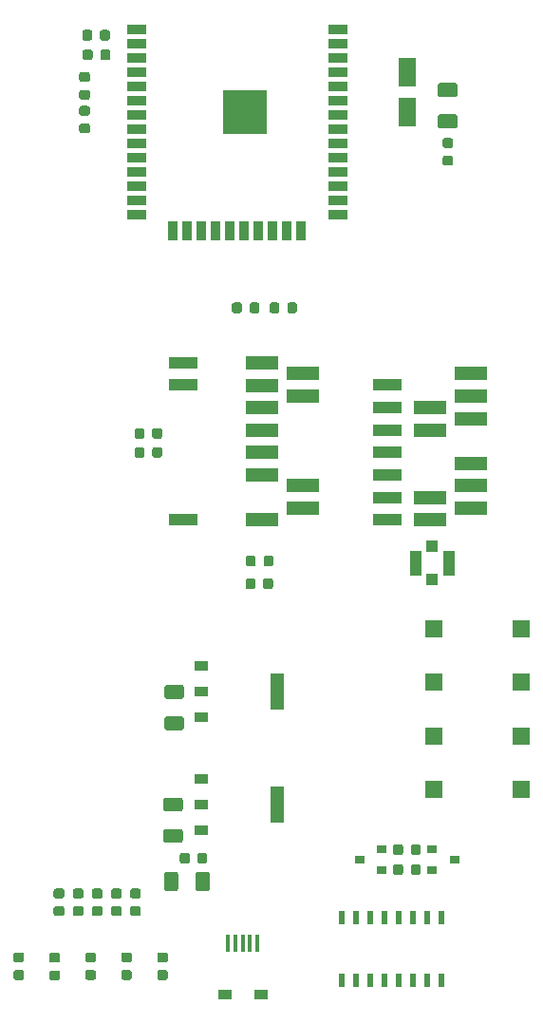
<source format=gbr>
G04 #@! TF.GenerationSoftware,KiCad,Pcbnew,6.0.0-rc1-unknown-ebb74fc~66~ubuntu18.04.1*
G04 #@! TF.CreationDate,2018-09-19T18:27:30+02:00*
G04 #@! TF.ProjectId,esp32-gateway,65737033322D676174657761792E6B69,v3*
G04 #@! TF.SameCoordinates,Original*
G04 #@! TF.FileFunction,Paste,Top*
G04 #@! TF.FilePolarity,Positive*
%FSLAX46Y46*%
G04 Gerber Fmt 4.6, Leading zero omitted, Abs format (unit mm)*
G04 Created by KiCad (PCBNEW 6.0.0-rc1-unknown-ebb74fc~66~ubuntu18.04.1) date Wed Sep 19 18:27:30 2018*
%MOMM*%
%LPD*%
G01*
G04 APERTURE LIST*
%ADD10C,0.100000*%
%ADD11C,0.875000*%
%ADD12R,1.600000X2.600000*%
%ADD13C,1.250000*%
%ADD14R,4.000000X4.000000*%
%ADD15R,1.700000X0.900000*%
%ADD16R,0.900000X1.700000*%
%ADD17R,2.500000X1.000000*%
%ADD18R,2.999740X1.198880*%
%ADD19R,1.310000X3.240000*%
%ADD20R,1.310000X0.930000*%
%ADD21R,1.500000X1.500000*%
%ADD22R,1.300000X0.900000*%
%ADD23R,0.400000X1.600000*%
%ADD24R,1.000000X1.000000*%
%ADD25R,1.050000X2.200000*%
%ADD26R,0.599440X1.198880*%
%ADD27R,0.900000X0.800000*%
G04 APERTURE END LIST*
D10*
G04 #@! TO.C,R10*
G36*
X145935507Y-97692989D02*
X145956742Y-97696139D01*
X145977566Y-97701355D01*
X145997778Y-97708587D01*
X146017184Y-97717766D01*
X146035597Y-97728802D01*
X146052840Y-97741590D01*
X146068746Y-97756006D01*
X146083162Y-97771912D01*
X146095950Y-97789155D01*
X146106986Y-97807568D01*
X146116165Y-97826974D01*
X146123397Y-97847186D01*
X146128613Y-97868010D01*
X146131763Y-97889245D01*
X146132816Y-97910686D01*
X146132816Y-98423186D01*
X146131763Y-98444627D01*
X146128613Y-98465862D01*
X146123397Y-98486686D01*
X146116165Y-98506898D01*
X146106986Y-98526304D01*
X146095950Y-98544717D01*
X146083162Y-98561960D01*
X146068746Y-98577866D01*
X146052840Y-98592282D01*
X146035597Y-98605070D01*
X146017184Y-98616106D01*
X145997778Y-98625285D01*
X145977566Y-98632517D01*
X145956742Y-98637733D01*
X145935507Y-98640883D01*
X145914066Y-98641936D01*
X145476566Y-98641936D01*
X145455125Y-98640883D01*
X145433890Y-98637733D01*
X145413066Y-98632517D01*
X145392854Y-98625285D01*
X145373448Y-98616106D01*
X145355035Y-98605070D01*
X145337792Y-98592282D01*
X145321886Y-98577866D01*
X145307470Y-98561960D01*
X145294682Y-98544717D01*
X145283646Y-98526304D01*
X145274467Y-98506898D01*
X145267235Y-98486686D01*
X145262019Y-98465862D01*
X145258869Y-98444627D01*
X145257816Y-98423186D01*
X145257816Y-97910686D01*
X145258869Y-97889245D01*
X145262019Y-97868010D01*
X145267235Y-97847186D01*
X145274467Y-97826974D01*
X145283646Y-97807568D01*
X145294682Y-97789155D01*
X145307470Y-97771912D01*
X145321886Y-97756006D01*
X145337792Y-97741590D01*
X145355035Y-97728802D01*
X145373448Y-97717766D01*
X145392854Y-97708587D01*
X145413066Y-97701355D01*
X145433890Y-97696139D01*
X145455125Y-97692989D01*
X145476566Y-97691936D01*
X145914066Y-97691936D01*
X145935507Y-97692989D01*
X145935507Y-97692989D01*
G37*
D11*
X145695316Y-98166936D03*
D10*
G36*
X147510507Y-97692989D02*
X147531742Y-97696139D01*
X147552566Y-97701355D01*
X147572778Y-97708587D01*
X147592184Y-97717766D01*
X147610597Y-97728802D01*
X147627840Y-97741590D01*
X147643746Y-97756006D01*
X147658162Y-97771912D01*
X147670950Y-97789155D01*
X147681986Y-97807568D01*
X147691165Y-97826974D01*
X147698397Y-97847186D01*
X147703613Y-97868010D01*
X147706763Y-97889245D01*
X147707816Y-97910686D01*
X147707816Y-98423186D01*
X147706763Y-98444627D01*
X147703613Y-98465862D01*
X147698397Y-98486686D01*
X147691165Y-98506898D01*
X147681986Y-98526304D01*
X147670950Y-98544717D01*
X147658162Y-98561960D01*
X147643746Y-98577866D01*
X147627840Y-98592282D01*
X147610597Y-98605070D01*
X147592184Y-98616106D01*
X147572778Y-98625285D01*
X147552566Y-98632517D01*
X147531742Y-98637733D01*
X147510507Y-98640883D01*
X147489066Y-98641936D01*
X147051566Y-98641936D01*
X147030125Y-98640883D01*
X147008890Y-98637733D01*
X146988066Y-98632517D01*
X146967854Y-98625285D01*
X146948448Y-98616106D01*
X146930035Y-98605070D01*
X146912792Y-98592282D01*
X146896886Y-98577866D01*
X146882470Y-98561960D01*
X146869682Y-98544717D01*
X146858646Y-98526304D01*
X146849467Y-98506898D01*
X146842235Y-98486686D01*
X146837019Y-98465862D01*
X146833869Y-98444627D01*
X146832816Y-98423186D01*
X146832816Y-97910686D01*
X146833869Y-97889245D01*
X146837019Y-97868010D01*
X146842235Y-97847186D01*
X146849467Y-97826974D01*
X146858646Y-97807568D01*
X146869682Y-97789155D01*
X146882470Y-97771912D01*
X146896886Y-97756006D01*
X146912792Y-97741590D01*
X146930035Y-97728802D01*
X146948448Y-97717766D01*
X146967854Y-97708587D01*
X146988066Y-97701355D01*
X147008890Y-97696139D01*
X147030125Y-97692989D01*
X147051566Y-97691936D01*
X147489066Y-97691936D01*
X147510507Y-97692989D01*
X147510507Y-97692989D01*
G37*
D11*
X147270316Y-98166936D03*
G04 #@! TD*
D10*
G04 #@! TO.C,R9*
G36*
X142587787Y-97692989D02*
X142609022Y-97696139D01*
X142629846Y-97701355D01*
X142650058Y-97708587D01*
X142669464Y-97717766D01*
X142687877Y-97728802D01*
X142705120Y-97741590D01*
X142721026Y-97756006D01*
X142735442Y-97771912D01*
X142748230Y-97789155D01*
X142759266Y-97807568D01*
X142768445Y-97826974D01*
X142775677Y-97847186D01*
X142780893Y-97868010D01*
X142784043Y-97889245D01*
X142785096Y-97910686D01*
X142785096Y-98423186D01*
X142784043Y-98444627D01*
X142780893Y-98465862D01*
X142775677Y-98486686D01*
X142768445Y-98506898D01*
X142759266Y-98526304D01*
X142748230Y-98544717D01*
X142735442Y-98561960D01*
X142721026Y-98577866D01*
X142705120Y-98592282D01*
X142687877Y-98605070D01*
X142669464Y-98616106D01*
X142650058Y-98625285D01*
X142629846Y-98632517D01*
X142609022Y-98637733D01*
X142587787Y-98640883D01*
X142566346Y-98641936D01*
X142128846Y-98641936D01*
X142107405Y-98640883D01*
X142086170Y-98637733D01*
X142065346Y-98632517D01*
X142045134Y-98625285D01*
X142025728Y-98616106D01*
X142007315Y-98605070D01*
X141990072Y-98592282D01*
X141974166Y-98577866D01*
X141959750Y-98561960D01*
X141946962Y-98544717D01*
X141935926Y-98526304D01*
X141926747Y-98506898D01*
X141919515Y-98486686D01*
X141914299Y-98465862D01*
X141911149Y-98444627D01*
X141910096Y-98423186D01*
X141910096Y-97910686D01*
X141911149Y-97889245D01*
X141914299Y-97868010D01*
X141919515Y-97847186D01*
X141926747Y-97826974D01*
X141935926Y-97807568D01*
X141946962Y-97789155D01*
X141959750Y-97771912D01*
X141974166Y-97756006D01*
X141990072Y-97741590D01*
X142007315Y-97728802D01*
X142025728Y-97717766D01*
X142045134Y-97708587D01*
X142065346Y-97701355D01*
X142086170Y-97696139D01*
X142107405Y-97692989D01*
X142128846Y-97691936D01*
X142566346Y-97691936D01*
X142587787Y-97692989D01*
X142587787Y-97692989D01*
G37*
D11*
X142347596Y-98166936D03*
D10*
G36*
X144162787Y-97692989D02*
X144184022Y-97696139D01*
X144204846Y-97701355D01*
X144225058Y-97708587D01*
X144244464Y-97717766D01*
X144262877Y-97728802D01*
X144280120Y-97741590D01*
X144296026Y-97756006D01*
X144310442Y-97771912D01*
X144323230Y-97789155D01*
X144334266Y-97807568D01*
X144343445Y-97826974D01*
X144350677Y-97847186D01*
X144355893Y-97868010D01*
X144359043Y-97889245D01*
X144360096Y-97910686D01*
X144360096Y-98423186D01*
X144359043Y-98444627D01*
X144355893Y-98465862D01*
X144350677Y-98486686D01*
X144343445Y-98506898D01*
X144334266Y-98526304D01*
X144323230Y-98544717D01*
X144310442Y-98561960D01*
X144296026Y-98577866D01*
X144280120Y-98592282D01*
X144262877Y-98605070D01*
X144244464Y-98616106D01*
X144225058Y-98625285D01*
X144204846Y-98632517D01*
X144184022Y-98637733D01*
X144162787Y-98640883D01*
X144141346Y-98641936D01*
X143703846Y-98641936D01*
X143682405Y-98640883D01*
X143661170Y-98637733D01*
X143640346Y-98632517D01*
X143620134Y-98625285D01*
X143600728Y-98616106D01*
X143582315Y-98605070D01*
X143565072Y-98592282D01*
X143549166Y-98577866D01*
X143534750Y-98561960D01*
X143521962Y-98544717D01*
X143510926Y-98526304D01*
X143501747Y-98506898D01*
X143494515Y-98486686D01*
X143489299Y-98465862D01*
X143486149Y-98444627D01*
X143485096Y-98423186D01*
X143485096Y-97910686D01*
X143486149Y-97889245D01*
X143489299Y-97868010D01*
X143494515Y-97847186D01*
X143501747Y-97826974D01*
X143510926Y-97807568D01*
X143521962Y-97789155D01*
X143534750Y-97771912D01*
X143549166Y-97756006D01*
X143565072Y-97741590D01*
X143582315Y-97728802D01*
X143600728Y-97717766D01*
X143620134Y-97708587D01*
X143640346Y-97701355D01*
X143661170Y-97696139D01*
X143682405Y-97692989D01*
X143703846Y-97691936D01*
X144141346Y-97691936D01*
X144162787Y-97692989D01*
X144162787Y-97692989D01*
G37*
D11*
X143922596Y-98166936D03*
G04 #@! TD*
D12*
G04 #@! TO.C,C13*
X157530000Y-77130000D03*
X157530000Y-80730000D03*
G04 #@! TD*
D10*
G04 #@! TO.C,C12*
G36*
X161779504Y-78126204D02*
X161803773Y-78129804D01*
X161827571Y-78135765D01*
X161850671Y-78144030D01*
X161872849Y-78154520D01*
X161893893Y-78167133D01*
X161913598Y-78181747D01*
X161931777Y-78198223D01*
X161948253Y-78216402D01*
X161962867Y-78236107D01*
X161975480Y-78257151D01*
X161985970Y-78279329D01*
X161994235Y-78302429D01*
X162000196Y-78326227D01*
X162003796Y-78350496D01*
X162005000Y-78375000D01*
X162005000Y-79125000D01*
X162003796Y-79149504D01*
X162000196Y-79173773D01*
X161994235Y-79197571D01*
X161985970Y-79220671D01*
X161975480Y-79242849D01*
X161962867Y-79263893D01*
X161948253Y-79283598D01*
X161931777Y-79301777D01*
X161913598Y-79318253D01*
X161893893Y-79332867D01*
X161872849Y-79345480D01*
X161850671Y-79355970D01*
X161827571Y-79364235D01*
X161803773Y-79370196D01*
X161779504Y-79373796D01*
X161755000Y-79375000D01*
X160505000Y-79375000D01*
X160480496Y-79373796D01*
X160456227Y-79370196D01*
X160432429Y-79364235D01*
X160409329Y-79355970D01*
X160387151Y-79345480D01*
X160366107Y-79332867D01*
X160346402Y-79318253D01*
X160328223Y-79301777D01*
X160311747Y-79283598D01*
X160297133Y-79263893D01*
X160284520Y-79242849D01*
X160274030Y-79220671D01*
X160265765Y-79197571D01*
X160259804Y-79173773D01*
X160256204Y-79149504D01*
X160255000Y-79125000D01*
X160255000Y-78375000D01*
X160256204Y-78350496D01*
X160259804Y-78326227D01*
X160265765Y-78302429D01*
X160274030Y-78279329D01*
X160284520Y-78257151D01*
X160297133Y-78236107D01*
X160311747Y-78216402D01*
X160328223Y-78198223D01*
X160346402Y-78181747D01*
X160366107Y-78167133D01*
X160387151Y-78154520D01*
X160409329Y-78144030D01*
X160432429Y-78135765D01*
X160456227Y-78129804D01*
X160480496Y-78126204D01*
X160505000Y-78125000D01*
X161755000Y-78125000D01*
X161779504Y-78126204D01*
X161779504Y-78126204D01*
G37*
D13*
X161130000Y-78750000D03*
D10*
G36*
X161779504Y-80926204D02*
X161803773Y-80929804D01*
X161827571Y-80935765D01*
X161850671Y-80944030D01*
X161872849Y-80954520D01*
X161893893Y-80967133D01*
X161913598Y-80981747D01*
X161931777Y-80998223D01*
X161948253Y-81016402D01*
X161962867Y-81036107D01*
X161975480Y-81057151D01*
X161985970Y-81079329D01*
X161994235Y-81102429D01*
X162000196Y-81126227D01*
X162003796Y-81150496D01*
X162005000Y-81175000D01*
X162005000Y-81925000D01*
X162003796Y-81949504D01*
X162000196Y-81973773D01*
X161994235Y-81997571D01*
X161985970Y-82020671D01*
X161975480Y-82042849D01*
X161962867Y-82063893D01*
X161948253Y-82083598D01*
X161931777Y-82101777D01*
X161913598Y-82118253D01*
X161893893Y-82132867D01*
X161872849Y-82145480D01*
X161850671Y-82155970D01*
X161827571Y-82164235D01*
X161803773Y-82170196D01*
X161779504Y-82173796D01*
X161755000Y-82175000D01*
X160505000Y-82175000D01*
X160480496Y-82173796D01*
X160456227Y-82170196D01*
X160432429Y-82164235D01*
X160409329Y-82155970D01*
X160387151Y-82145480D01*
X160366107Y-82132867D01*
X160346402Y-82118253D01*
X160328223Y-82101777D01*
X160311747Y-82083598D01*
X160297133Y-82063893D01*
X160284520Y-82042849D01*
X160274030Y-82020671D01*
X160265765Y-81997571D01*
X160259804Y-81973773D01*
X160256204Y-81949504D01*
X160255000Y-81925000D01*
X160255000Y-81175000D01*
X160256204Y-81150496D01*
X160259804Y-81126227D01*
X160265765Y-81102429D01*
X160274030Y-81079329D01*
X160284520Y-81057151D01*
X160297133Y-81036107D01*
X160311747Y-81016402D01*
X160328223Y-80998223D01*
X160346402Y-80981747D01*
X160366107Y-80967133D01*
X160387151Y-80954520D01*
X160409329Y-80944030D01*
X160432429Y-80935765D01*
X160456227Y-80929804D01*
X160480496Y-80926204D01*
X160505000Y-80925000D01*
X161755000Y-80925000D01*
X161779504Y-80926204D01*
X161779504Y-80926204D01*
G37*
D13*
X161130000Y-81550000D03*
G04 #@! TD*
D10*
G04 #@! TO.C,C2*
G36*
X137932691Y-146746053D02*
X137953926Y-146749203D01*
X137974750Y-146754419D01*
X137994962Y-146761651D01*
X138014368Y-146770830D01*
X138032781Y-146781866D01*
X138050024Y-146794654D01*
X138065930Y-146809070D01*
X138080346Y-146824976D01*
X138093134Y-146842219D01*
X138104170Y-146860632D01*
X138113349Y-146880038D01*
X138120581Y-146900250D01*
X138125797Y-146921074D01*
X138128947Y-146942309D01*
X138130000Y-146963750D01*
X138130000Y-147476250D01*
X138128947Y-147497691D01*
X138125797Y-147518926D01*
X138120581Y-147539750D01*
X138113349Y-147559962D01*
X138104170Y-147579368D01*
X138093134Y-147597781D01*
X138080346Y-147615024D01*
X138065930Y-147630930D01*
X138050024Y-147645346D01*
X138032781Y-147658134D01*
X138014368Y-147669170D01*
X137994962Y-147678349D01*
X137974750Y-147685581D01*
X137953926Y-147690797D01*
X137932691Y-147693947D01*
X137911250Y-147695000D01*
X137473750Y-147695000D01*
X137452309Y-147693947D01*
X137431074Y-147690797D01*
X137410250Y-147685581D01*
X137390038Y-147678349D01*
X137370632Y-147669170D01*
X137352219Y-147658134D01*
X137334976Y-147645346D01*
X137319070Y-147630930D01*
X137304654Y-147615024D01*
X137291866Y-147597781D01*
X137280830Y-147579368D01*
X137271651Y-147559962D01*
X137264419Y-147539750D01*
X137259203Y-147518926D01*
X137256053Y-147497691D01*
X137255000Y-147476250D01*
X137255000Y-146963750D01*
X137256053Y-146942309D01*
X137259203Y-146921074D01*
X137264419Y-146900250D01*
X137271651Y-146880038D01*
X137280830Y-146860632D01*
X137291866Y-146842219D01*
X137304654Y-146824976D01*
X137319070Y-146809070D01*
X137334976Y-146794654D01*
X137352219Y-146781866D01*
X137370632Y-146770830D01*
X137390038Y-146761651D01*
X137410250Y-146754419D01*
X137431074Y-146749203D01*
X137452309Y-146746053D01*
X137473750Y-146745000D01*
X137911250Y-146745000D01*
X137932691Y-146746053D01*
X137932691Y-146746053D01*
G37*
D11*
X137692500Y-147220000D03*
D10*
G36*
X139507691Y-146746053D02*
X139528926Y-146749203D01*
X139549750Y-146754419D01*
X139569962Y-146761651D01*
X139589368Y-146770830D01*
X139607781Y-146781866D01*
X139625024Y-146794654D01*
X139640930Y-146809070D01*
X139655346Y-146824976D01*
X139668134Y-146842219D01*
X139679170Y-146860632D01*
X139688349Y-146880038D01*
X139695581Y-146900250D01*
X139700797Y-146921074D01*
X139703947Y-146942309D01*
X139705000Y-146963750D01*
X139705000Y-147476250D01*
X139703947Y-147497691D01*
X139700797Y-147518926D01*
X139695581Y-147539750D01*
X139688349Y-147559962D01*
X139679170Y-147579368D01*
X139668134Y-147597781D01*
X139655346Y-147615024D01*
X139640930Y-147630930D01*
X139625024Y-147645346D01*
X139607781Y-147658134D01*
X139589368Y-147669170D01*
X139569962Y-147678349D01*
X139549750Y-147685581D01*
X139528926Y-147690797D01*
X139507691Y-147693947D01*
X139486250Y-147695000D01*
X139048750Y-147695000D01*
X139027309Y-147693947D01*
X139006074Y-147690797D01*
X138985250Y-147685581D01*
X138965038Y-147678349D01*
X138945632Y-147669170D01*
X138927219Y-147658134D01*
X138909976Y-147645346D01*
X138894070Y-147630930D01*
X138879654Y-147615024D01*
X138866866Y-147597781D01*
X138855830Y-147579368D01*
X138846651Y-147559962D01*
X138839419Y-147539750D01*
X138834203Y-147518926D01*
X138831053Y-147497691D01*
X138830000Y-147476250D01*
X138830000Y-146963750D01*
X138831053Y-146942309D01*
X138834203Y-146921074D01*
X138839419Y-146900250D01*
X138846651Y-146880038D01*
X138855830Y-146860632D01*
X138866866Y-146842219D01*
X138879654Y-146824976D01*
X138894070Y-146809070D01*
X138909976Y-146794654D01*
X138927219Y-146781866D01*
X138945632Y-146770830D01*
X138965038Y-146761651D01*
X138985250Y-146754419D01*
X139006074Y-146749203D01*
X139027309Y-146746053D01*
X139048750Y-146745000D01*
X139486250Y-146745000D01*
X139507691Y-146746053D01*
X139507691Y-146746053D01*
G37*
D11*
X139267500Y-147220000D03*
G04 #@! TD*
D10*
G04 #@! TO.C,C1*
G36*
X136879504Y-148426204D02*
X136903773Y-148429804D01*
X136927571Y-148435765D01*
X136950671Y-148444030D01*
X136972849Y-148454520D01*
X136993893Y-148467133D01*
X137013598Y-148481747D01*
X137031777Y-148498223D01*
X137048253Y-148516402D01*
X137062867Y-148536107D01*
X137075480Y-148557151D01*
X137085970Y-148579329D01*
X137094235Y-148602429D01*
X137100196Y-148626227D01*
X137103796Y-148650496D01*
X137105000Y-148675000D01*
X137105000Y-149925000D01*
X137103796Y-149949504D01*
X137100196Y-149973773D01*
X137094235Y-149997571D01*
X137085970Y-150020671D01*
X137075480Y-150042849D01*
X137062867Y-150063893D01*
X137048253Y-150083598D01*
X137031777Y-150101777D01*
X137013598Y-150118253D01*
X136993893Y-150132867D01*
X136972849Y-150145480D01*
X136950671Y-150155970D01*
X136927571Y-150164235D01*
X136903773Y-150170196D01*
X136879504Y-150173796D01*
X136855000Y-150175000D01*
X136105000Y-150175000D01*
X136080496Y-150173796D01*
X136056227Y-150170196D01*
X136032429Y-150164235D01*
X136009329Y-150155970D01*
X135987151Y-150145480D01*
X135966107Y-150132867D01*
X135946402Y-150118253D01*
X135928223Y-150101777D01*
X135911747Y-150083598D01*
X135897133Y-150063893D01*
X135884520Y-150042849D01*
X135874030Y-150020671D01*
X135865765Y-149997571D01*
X135859804Y-149973773D01*
X135856204Y-149949504D01*
X135855000Y-149925000D01*
X135855000Y-148675000D01*
X135856204Y-148650496D01*
X135859804Y-148626227D01*
X135865765Y-148602429D01*
X135874030Y-148579329D01*
X135884520Y-148557151D01*
X135897133Y-148536107D01*
X135911747Y-148516402D01*
X135928223Y-148498223D01*
X135946402Y-148481747D01*
X135966107Y-148467133D01*
X135987151Y-148454520D01*
X136009329Y-148444030D01*
X136032429Y-148435765D01*
X136056227Y-148429804D01*
X136080496Y-148426204D01*
X136105000Y-148425000D01*
X136855000Y-148425000D01*
X136879504Y-148426204D01*
X136879504Y-148426204D01*
G37*
D13*
X136480000Y-149300000D03*
D10*
G36*
X139679504Y-148426204D02*
X139703773Y-148429804D01*
X139727571Y-148435765D01*
X139750671Y-148444030D01*
X139772849Y-148454520D01*
X139793893Y-148467133D01*
X139813598Y-148481747D01*
X139831777Y-148498223D01*
X139848253Y-148516402D01*
X139862867Y-148536107D01*
X139875480Y-148557151D01*
X139885970Y-148579329D01*
X139894235Y-148602429D01*
X139900196Y-148626227D01*
X139903796Y-148650496D01*
X139905000Y-148675000D01*
X139905000Y-149925000D01*
X139903796Y-149949504D01*
X139900196Y-149973773D01*
X139894235Y-149997571D01*
X139885970Y-150020671D01*
X139875480Y-150042849D01*
X139862867Y-150063893D01*
X139848253Y-150083598D01*
X139831777Y-150101777D01*
X139813598Y-150118253D01*
X139793893Y-150132867D01*
X139772849Y-150145480D01*
X139750671Y-150155970D01*
X139727571Y-150164235D01*
X139703773Y-150170196D01*
X139679504Y-150173796D01*
X139655000Y-150175000D01*
X138905000Y-150175000D01*
X138880496Y-150173796D01*
X138856227Y-150170196D01*
X138832429Y-150164235D01*
X138809329Y-150155970D01*
X138787151Y-150145480D01*
X138766107Y-150132867D01*
X138746402Y-150118253D01*
X138728223Y-150101777D01*
X138711747Y-150083598D01*
X138697133Y-150063893D01*
X138684520Y-150042849D01*
X138674030Y-150020671D01*
X138665765Y-149997571D01*
X138659804Y-149973773D01*
X138656204Y-149949504D01*
X138655000Y-149925000D01*
X138655000Y-148675000D01*
X138656204Y-148650496D01*
X138659804Y-148626227D01*
X138665765Y-148602429D01*
X138674030Y-148579329D01*
X138684520Y-148557151D01*
X138697133Y-148536107D01*
X138711747Y-148516402D01*
X138728223Y-148498223D01*
X138746402Y-148481747D01*
X138766107Y-148467133D01*
X138787151Y-148454520D01*
X138809329Y-148444030D01*
X138832429Y-148435765D01*
X138856227Y-148429804D01*
X138880496Y-148426204D01*
X138905000Y-148425000D01*
X139655000Y-148425000D01*
X139679504Y-148426204D01*
X139679504Y-148426204D01*
G37*
D13*
X139280000Y-149300000D03*
G04 #@! TD*
D14*
G04 #@! TO.C,U2*
X143080000Y-80735000D03*
D15*
X151380000Y-73325000D03*
X151380000Y-74595000D03*
X151380000Y-75865000D03*
X151380000Y-77135000D03*
X151380000Y-78405000D03*
X151380000Y-79675000D03*
X151380000Y-80945000D03*
X151380000Y-82215000D03*
X151380000Y-83485000D03*
X151380000Y-84755000D03*
X151380000Y-86025000D03*
X151380000Y-87295000D03*
X151380000Y-88565000D03*
X151380000Y-89835000D03*
D16*
X148095000Y-91335000D03*
X146825000Y-91335000D03*
X145555000Y-91335000D03*
X144285000Y-91335000D03*
X143015000Y-91335000D03*
X141745000Y-91335000D03*
X140475000Y-91335000D03*
X139205000Y-91335000D03*
X137935000Y-91335000D03*
X136665000Y-91335000D03*
D15*
X133380000Y-89835000D03*
X133380000Y-88565000D03*
X133380000Y-87295000D03*
X133380000Y-86025000D03*
X133380000Y-84755000D03*
X133380000Y-83485000D03*
X133380000Y-82215000D03*
X133380000Y-80945000D03*
X133380000Y-79675000D03*
X133380000Y-78405000D03*
X133380000Y-77135000D03*
X133380000Y-75865000D03*
X133380000Y-74595000D03*
X133380000Y-73325000D03*
G04 #@! TD*
D17*
G04 #@! TO.C,U7*
X137536000Y-103058000D03*
X137536000Y-105058000D03*
X137536000Y-117058000D03*
X155736000Y-117058000D03*
X155736000Y-115058000D03*
X155736000Y-113058000D03*
X155736000Y-111058000D03*
X155736000Y-109058000D03*
X155736000Y-107058000D03*
X155736000Y-105058000D03*
G04 #@! TD*
D18*
G04 #@! TO.C,U5*
X148189840Y-116039520D03*
X148189840Y-114038000D03*
X148189840Y-106042080D03*
X148189840Y-104040560D03*
X163186000Y-104040560D03*
X163186000Y-106042080D03*
X163186000Y-108041060D03*
X163186000Y-112039020D03*
X163186000Y-114038000D03*
X163186000Y-116039520D03*
G04 #@! TD*
G04 #@! TO.C,U1*
X159544080Y-107078260D03*
X159544080Y-109079780D03*
X159544080Y-115076720D03*
X159544080Y-117075700D03*
X144547920Y-117075700D03*
X144547920Y-113077740D03*
X144547920Y-111076220D03*
X144547920Y-109079780D03*
X144547920Y-107078260D03*
X144547920Y-105079280D03*
X144547920Y-103080300D03*
G04 #@! TD*
D19*
G04 #@! TO.C,U4*
X145895000Y-132400000D03*
D20*
X139205000Y-134690000D03*
X139205000Y-132400000D03*
X139205000Y-130110000D03*
G04 #@! TD*
D10*
G04 #@! TO.C,C10*
G36*
X143822691Y-120256053D02*
X143843926Y-120259203D01*
X143864750Y-120264419D01*
X143884962Y-120271651D01*
X143904368Y-120280830D01*
X143922781Y-120291866D01*
X143940024Y-120304654D01*
X143955930Y-120319070D01*
X143970346Y-120334976D01*
X143983134Y-120352219D01*
X143994170Y-120370632D01*
X144003349Y-120390038D01*
X144010581Y-120410250D01*
X144015797Y-120431074D01*
X144018947Y-120452309D01*
X144020000Y-120473750D01*
X144020000Y-120986250D01*
X144018947Y-121007691D01*
X144015797Y-121028926D01*
X144010581Y-121049750D01*
X144003349Y-121069962D01*
X143994170Y-121089368D01*
X143983134Y-121107781D01*
X143970346Y-121125024D01*
X143955930Y-121140930D01*
X143940024Y-121155346D01*
X143922781Y-121168134D01*
X143904368Y-121179170D01*
X143884962Y-121188349D01*
X143864750Y-121195581D01*
X143843926Y-121200797D01*
X143822691Y-121203947D01*
X143801250Y-121205000D01*
X143363750Y-121205000D01*
X143342309Y-121203947D01*
X143321074Y-121200797D01*
X143300250Y-121195581D01*
X143280038Y-121188349D01*
X143260632Y-121179170D01*
X143242219Y-121168134D01*
X143224976Y-121155346D01*
X143209070Y-121140930D01*
X143194654Y-121125024D01*
X143181866Y-121107781D01*
X143170830Y-121089368D01*
X143161651Y-121069962D01*
X143154419Y-121049750D01*
X143149203Y-121028926D01*
X143146053Y-121007691D01*
X143145000Y-120986250D01*
X143145000Y-120473750D01*
X143146053Y-120452309D01*
X143149203Y-120431074D01*
X143154419Y-120410250D01*
X143161651Y-120390038D01*
X143170830Y-120370632D01*
X143181866Y-120352219D01*
X143194654Y-120334976D01*
X143209070Y-120319070D01*
X143224976Y-120304654D01*
X143242219Y-120291866D01*
X143260632Y-120280830D01*
X143280038Y-120271651D01*
X143300250Y-120264419D01*
X143321074Y-120259203D01*
X143342309Y-120256053D01*
X143363750Y-120255000D01*
X143801250Y-120255000D01*
X143822691Y-120256053D01*
X143822691Y-120256053D01*
G37*
D11*
X143582500Y-120730000D03*
D10*
G36*
X145397691Y-120256053D02*
X145418926Y-120259203D01*
X145439750Y-120264419D01*
X145459962Y-120271651D01*
X145479368Y-120280830D01*
X145497781Y-120291866D01*
X145515024Y-120304654D01*
X145530930Y-120319070D01*
X145545346Y-120334976D01*
X145558134Y-120352219D01*
X145569170Y-120370632D01*
X145578349Y-120390038D01*
X145585581Y-120410250D01*
X145590797Y-120431074D01*
X145593947Y-120452309D01*
X145595000Y-120473750D01*
X145595000Y-120986250D01*
X145593947Y-121007691D01*
X145590797Y-121028926D01*
X145585581Y-121049750D01*
X145578349Y-121069962D01*
X145569170Y-121089368D01*
X145558134Y-121107781D01*
X145545346Y-121125024D01*
X145530930Y-121140930D01*
X145515024Y-121155346D01*
X145497781Y-121168134D01*
X145479368Y-121179170D01*
X145459962Y-121188349D01*
X145439750Y-121195581D01*
X145418926Y-121200797D01*
X145397691Y-121203947D01*
X145376250Y-121205000D01*
X144938750Y-121205000D01*
X144917309Y-121203947D01*
X144896074Y-121200797D01*
X144875250Y-121195581D01*
X144855038Y-121188349D01*
X144835632Y-121179170D01*
X144817219Y-121168134D01*
X144799976Y-121155346D01*
X144784070Y-121140930D01*
X144769654Y-121125024D01*
X144756866Y-121107781D01*
X144745830Y-121089368D01*
X144736651Y-121069962D01*
X144729419Y-121049750D01*
X144724203Y-121028926D01*
X144721053Y-121007691D01*
X144720000Y-120986250D01*
X144720000Y-120473750D01*
X144721053Y-120452309D01*
X144724203Y-120431074D01*
X144729419Y-120410250D01*
X144736651Y-120390038D01*
X144745830Y-120370632D01*
X144756866Y-120352219D01*
X144769654Y-120334976D01*
X144784070Y-120319070D01*
X144799976Y-120304654D01*
X144817219Y-120291866D01*
X144835632Y-120280830D01*
X144855038Y-120271651D01*
X144875250Y-120264419D01*
X144896074Y-120259203D01*
X144917309Y-120256053D01*
X144938750Y-120255000D01*
X145376250Y-120255000D01*
X145397691Y-120256053D01*
X145397691Y-120256053D01*
G37*
D11*
X145157500Y-120730000D03*
G04 #@! TD*
D10*
G04 #@! TO.C,C4*
G36*
X137409504Y-134576204D02*
X137433773Y-134579804D01*
X137457571Y-134585765D01*
X137480671Y-134594030D01*
X137502849Y-134604520D01*
X137523893Y-134617133D01*
X137543598Y-134631747D01*
X137561777Y-134648223D01*
X137578253Y-134666402D01*
X137592867Y-134686107D01*
X137605480Y-134707151D01*
X137615970Y-134729329D01*
X137624235Y-134752429D01*
X137630196Y-134776227D01*
X137633796Y-134800496D01*
X137635000Y-134825000D01*
X137635000Y-135575000D01*
X137633796Y-135599504D01*
X137630196Y-135623773D01*
X137624235Y-135647571D01*
X137615970Y-135670671D01*
X137605480Y-135692849D01*
X137592867Y-135713893D01*
X137578253Y-135733598D01*
X137561777Y-135751777D01*
X137543598Y-135768253D01*
X137523893Y-135782867D01*
X137502849Y-135795480D01*
X137480671Y-135805970D01*
X137457571Y-135814235D01*
X137433773Y-135820196D01*
X137409504Y-135823796D01*
X137385000Y-135825000D01*
X136135000Y-135825000D01*
X136110496Y-135823796D01*
X136086227Y-135820196D01*
X136062429Y-135814235D01*
X136039329Y-135805970D01*
X136017151Y-135795480D01*
X135996107Y-135782867D01*
X135976402Y-135768253D01*
X135958223Y-135751777D01*
X135941747Y-135733598D01*
X135927133Y-135713893D01*
X135914520Y-135692849D01*
X135904030Y-135670671D01*
X135895765Y-135647571D01*
X135889804Y-135623773D01*
X135886204Y-135599504D01*
X135885000Y-135575000D01*
X135885000Y-134825000D01*
X135886204Y-134800496D01*
X135889804Y-134776227D01*
X135895765Y-134752429D01*
X135904030Y-134729329D01*
X135914520Y-134707151D01*
X135927133Y-134686107D01*
X135941747Y-134666402D01*
X135958223Y-134648223D01*
X135976402Y-134631747D01*
X135996107Y-134617133D01*
X136017151Y-134604520D01*
X136039329Y-134594030D01*
X136062429Y-134585765D01*
X136086227Y-134579804D01*
X136110496Y-134576204D01*
X136135000Y-134575000D01*
X137385000Y-134575000D01*
X137409504Y-134576204D01*
X137409504Y-134576204D01*
G37*
D13*
X136760000Y-135200000D03*
D10*
G36*
X137409504Y-131776204D02*
X137433773Y-131779804D01*
X137457571Y-131785765D01*
X137480671Y-131794030D01*
X137502849Y-131804520D01*
X137523893Y-131817133D01*
X137543598Y-131831747D01*
X137561777Y-131848223D01*
X137578253Y-131866402D01*
X137592867Y-131886107D01*
X137605480Y-131907151D01*
X137615970Y-131929329D01*
X137624235Y-131952429D01*
X137630196Y-131976227D01*
X137633796Y-132000496D01*
X137635000Y-132025000D01*
X137635000Y-132775000D01*
X137633796Y-132799504D01*
X137630196Y-132823773D01*
X137624235Y-132847571D01*
X137615970Y-132870671D01*
X137605480Y-132892849D01*
X137592867Y-132913893D01*
X137578253Y-132933598D01*
X137561777Y-132951777D01*
X137543598Y-132968253D01*
X137523893Y-132982867D01*
X137502849Y-132995480D01*
X137480671Y-133005970D01*
X137457571Y-133014235D01*
X137433773Y-133020196D01*
X137409504Y-133023796D01*
X137385000Y-133025000D01*
X136135000Y-133025000D01*
X136110496Y-133023796D01*
X136086227Y-133020196D01*
X136062429Y-133014235D01*
X136039329Y-133005970D01*
X136017151Y-132995480D01*
X135996107Y-132982867D01*
X135976402Y-132968253D01*
X135958223Y-132951777D01*
X135941747Y-132933598D01*
X135927133Y-132913893D01*
X135914520Y-132892849D01*
X135904030Y-132870671D01*
X135895765Y-132847571D01*
X135889804Y-132823773D01*
X135886204Y-132799504D01*
X135885000Y-132775000D01*
X135885000Y-132025000D01*
X135886204Y-132000496D01*
X135889804Y-131976227D01*
X135895765Y-131952429D01*
X135904030Y-131929329D01*
X135914520Y-131907151D01*
X135927133Y-131886107D01*
X135941747Y-131866402D01*
X135958223Y-131848223D01*
X135976402Y-131831747D01*
X135996107Y-131817133D01*
X136017151Y-131804520D01*
X136039329Y-131794030D01*
X136062429Y-131785765D01*
X136086227Y-131779804D01*
X136110496Y-131776204D01*
X136135000Y-131775000D01*
X137385000Y-131775000D01*
X137409504Y-131776204D01*
X137409504Y-131776204D01*
G37*
D13*
X136760000Y-132400000D03*
G04 #@! TD*
D10*
G04 #@! TO.C,C14*
G36*
X161437691Y-84621053D02*
X161458926Y-84624203D01*
X161479750Y-84629419D01*
X161499962Y-84636651D01*
X161519368Y-84645830D01*
X161537781Y-84656866D01*
X161555024Y-84669654D01*
X161570930Y-84684070D01*
X161585346Y-84699976D01*
X161598134Y-84717219D01*
X161609170Y-84735632D01*
X161618349Y-84755038D01*
X161625581Y-84775250D01*
X161630797Y-84796074D01*
X161633947Y-84817309D01*
X161635000Y-84838750D01*
X161635000Y-85276250D01*
X161633947Y-85297691D01*
X161630797Y-85318926D01*
X161625581Y-85339750D01*
X161618349Y-85359962D01*
X161609170Y-85379368D01*
X161598134Y-85397781D01*
X161585346Y-85415024D01*
X161570930Y-85430930D01*
X161555024Y-85445346D01*
X161537781Y-85458134D01*
X161519368Y-85469170D01*
X161499962Y-85478349D01*
X161479750Y-85485581D01*
X161458926Y-85490797D01*
X161437691Y-85493947D01*
X161416250Y-85495000D01*
X160903750Y-85495000D01*
X160882309Y-85493947D01*
X160861074Y-85490797D01*
X160840250Y-85485581D01*
X160820038Y-85478349D01*
X160800632Y-85469170D01*
X160782219Y-85458134D01*
X160764976Y-85445346D01*
X160749070Y-85430930D01*
X160734654Y-85415024D01*
X160721866Y-85397781D01*
X160710830Y-85379368D01*
X160701651Y-85359962D01*
X160694419Y-85339750D01*
X160689203Y-85318926D01*
X160686053Y-85297691D01*
X160685000Y-85276250D01*
X160685000Y-84838750D01*
X160686053Y-84817309D01*
X160689203Y-84796074D01*
X160694419Y-84775250D01*
X160701651Y-84755038D01*
X160710830Y-84735632D01*
X160721866Y-84717219D01*
X160734654Y-84699976D01*
X160749070Y-84684070D01*
X160764976Y-84669654D01*
X160782219Y-84656866D01*
X160800632Y-84645830D01*
X160820038Y-84636651D01*
X160840250Y-84629419D01*
X160861074Y-84624203D01*
X160882309Y-84621053D01*
X160903750Y-84620000D01*
X161416250Y-84620000D01*
X161437691Y-84621053D01*
X161437691Y-84621053D01*
G37*
D11*
X161160000Y-85057500D03*
D10*
G36*
X161437691Y-83046053D02*
X161458926Y-83049203D01*
X161479750Y-83054419D01*
X161499962Y-83061651D01*
X161519368Y-83070830D01*
X161537781Y-83081866D01*
X161555024Y-83094654D01*
X161570930Y-83109070D01*
X161585346Y-83124976D01*
X161598134Y-83142219D01*
X161609170Y-83160632D01*
X161618349Y-83180038D01*
X161625581Y-83200250D01*
X161630797Y-83221074D01*
X161633947Y-83242309D01*
X161635000Y-83263750D01*
X161635000Y-83701250D01*
X161633947Y-83722691D01*
X161630797Y-83743926D01*
X161625581Y-83764750D01*
X161618349Y-83784962D01*
X161609170Y-83804368D01*
X161598134Y-83822781D01*
X161585346Y-83840024D01*
X161570930Y-83855930D01*
X161555024Y-83870346D01*
X161537781Y-83883134D01*
X161519368Y-83894170D01*
X161499962Y-83903349D01*
X161479750Y-83910581D01*
X161458926Y-83915797D01*
X161437691Y-83918947D01*
X161416250Y-83920000D01*
X160903750Y-83920000D01*
X160882309Y-83918947D01*
X160861074Y-83915797D01*
X160840250Y-83910581D01*
X160820038Y-83903349D01*
X160800632Y-83894170D01*
X160782219Y-83883134D01*
X160764976Y-83870346D01*
X160749070Y-83855930D01*
X160734654Y-83840024D01*
X160721866Y-83822781D01*
X160710830Y-83804368D01*
X160701651Y-83784962D01*
X160694419Y-83764750D01*
X160689203Y-83743926D01*
X160686053Y-83722691D01*
X160685000Y-83701250D01*
X160685000Y-83263750D01*
X160686053Y-83242309D01*
X160689203Y-83221074D01*
X160694419Y-83200250D01*
X160701651Y-83180038D01*
X160710830Y-83160632D01*
X160721866Y-83142219D01*
X160734654Y-83124976D01*
X160749070Y-83109070D01*
X160764976Y-83094654D01*
X160782219Y-83081866D01*
X160800632Y-83070830D01*
X160820038Y-83061651D01*
X160840250Y-83054419D01*
X160861074Y-83049203D01*
X160882309Y-83046053D01*
X160903750Y-83045000D01*
X161416250Y-83045000D01*
X161437691Y-83046053D01*
X161437691Y-83046053D01*
G37*
D11*
X161160000Y-83482500D03*
G04 #@! TD*
D10*
G04 #@! TO.C,C9*
G36*
X143792691Y-122286053D02*
X143813926Y-122289203D01*
X143834750Y-122294419D01*
X143854962Y-122301651D01*
X143874368Y-122310830D01*
X143892781Y-122321866D01*
X143910024Y-122334654D01*
X143925930Y-122349070D01*
X143940346Y-122364976D01*
X143953134Y-122382219D01*
X143964170Y-122400632D01*
X143973349Y-122420038D01*
X143980581Y-122440250D01*
X143985797Y-122461074D01*
X143988947Y-122482309D01*
X143990000Y-122503750D01*
X143990000Y-123016250D01*
X143988947Y-123037691D01*
X143985797Y-123058926D01*
X143980581Y-123079750D01*
X143973349Y-123099962D01*
X143964170Y-123119368D01*
X143953134Y-123137781D01*
X143940346Y-123155024D01*
X143925930Y-123170930D01*
X143910024Y-123185346D01*
X143892781Y-123198134D01*
X143874368Y-123209170D01*
X143854962Y-123218349D01*
X143834750Y-123225581D01*
X143813926Y-123230797D01*
X143792691Y-123233947D01*
X143771250Y-123235000D01*
X143333750Y-123235000D01*
X143312309Y-123233947D01*
X143291074Y-123230797D01*
X143270250Y-123225581D01*
X143250038Y-123218349D01*
X143230632Y-123209170D01*
X143212219Y-123198134D01*
X143194976Y-123185346D01*
X143179070Y-123170930D01*
X143164654Y-123155024D01*
X143151866Y-123137781D01*
X143140830Y-123119368D01*
X143131651Y-123099962D01*
X143124419Y-123079750D01*
X143119203Y-123058926D01*
X143116053Y-123037691D01*
X143115000Y-123016250D01*
X143115000Y-122503750D01*
X143116053Y-122482309D01*
X143119203Y-122461074D01*
X143124419Y-122440250D01*
X143131651Y-122420038D01*
X143140830Y-122400632D01*
X143151866Y-122382219D01*
X143164654Y-122364976D01*
X143179070Y-122349070D01*
X143194976Y-122334654D01*
X143212219Y-122321866D01*
X143230632Y-122310830D01*
X143250038Y-122301651D01*
X143270250Y-122294419D01*
X143291074Y-122289203D01*
X143312309Y-122286053D01*
X143333750Y-122285000D01*
X143771250Y-122285000D01*
X143792691Y-122286053D01*
X143792691Y-122286053D01*
G37*
D11*
X143552500Y-122760000D03*
D10*
G36*
X145367691Y-122286053D02*
X145388926Y-122289203D01*
X145409750Y-122294419D01*
X145429962Y-122301651D01*
X145449368Y-122310830D01*
X145467781Y-122321866D01*
X145485024Y-122334654D01*
X145500930Y-122349070D01*
X145515346Y-122364976D01*
X145528134Y-122382219D01*
X145539170Y-122400632D01*
X145548349Y-122420038D01*
X145555581Y-122440250D01*
X145560797Y-122461074D01*
X145563947Y-122482309D01*
X145565000Y-122503750D01*
X145565000Y-123016250D01*
X145563947Y-123037691D01*
X145560797Y-123058926D01*
X145555581Y-123079750D01*
X145548349Y-123099962D01*
X145539170Y-123119368D01*
X145528134Y-123137781D01*
X145515346Y-123155024D01*
X145500930Y-123170930D01*
X145485024Y-123185346D01*
X145467781Y-123198134D01*
X145449368Y-123209170D01*
X145429962Y-123218349D01*
X145409750Y-123225581D01*
X145388926Y-123230797D01*
X145367691Y-123233947D01*
X145346250Y-123235000D01*
X144908750Y-123235000D01*
X144887309Y-123233947D01*
X144866074Y-123230797D01*
X144845250Y-123225581D01*
X144825038Y-123218349D01*
X144805632Y-123209170D01*
X144787219Y-123198134D01*
X144769976Y-123185346D01*
X144754070Y-123170930D01*
X144739654Y-123155024D01*
X144726866Y-123137781D01*
X144715830Y-123119368D01*
X144706651Y-123099962D01*
X144699419Y-123079750D01*
X144694203Y-123058926D01*
X144691053Y-123037691D01*
X144690000Y-123016250D01*
X144690000Y-122503750D01*
X144691053Y-122482309D01*
X144694203Y-122461074D01*
X144699419Y-122440250D01*
X144706651Y-122420038D01*
X144715830Y-122400632D01*
X144726866Y-122382219D01*
X144739654Y-122364976D01*
X144754070Y-122349070D01*
X144769976Y-122334654D01*
X144787219Y-122321866D01*
X144805632Y-122310830D01*
X144825038Y-122301651D01*
X144845250Y-122294419D01*
X144866074Y-122289203D01*
X144887309Y-122286053D01*
X144908750Y-122285000D01*
X145346250Y-122285000D01*
X145367691Y-122286053D01*
X145367691Y-122286053D01*
G37*
D11*
X145127500Y-122760000D03*
G04 #@! TD*
D10*
G04 #@! TO.C,R5*
G36*
X126747691Y-149934053D02*
X126768926Y-149937203D01*
X126789750Y-149942419D01*
X126809962Y-149949651D01*
X126829368Y-149958830D01*
X126847781Y-149969866D01*
X126865024Y-149982654D01*
X126880930Y-149997070D01*
X126895346Y-150012976D01*
X126908134Y-150030219D01*
X126919170Y-150048632D01*
X126928349Y-150068038D01*
X126935581Y-150088250D01*
X126940797Y-150109074D01*
X126943947Y-150130309D01*
X126945000Y-150151750D01*
X126945000Y-150589250D01*
X126943947Y-150610691D01*
X126940797Y-150631926D01*
X126935581Y-150652750D01*
X126928349Y-150672962D01*
X126919170Y-150692368D01*
X126908134Y-150710781D01*
X126895346Y-150728024D01*
X126880930Y-150743930D01*
X126865024Y-150758346D01*
X126847781Y-150771134D01*
X126829368Y-150782170D01*
X126809962Y-150791349D01*
X126789750Y-150798581D01*
X126768926Y-150803797D01*
X126747691Y-150806947D01*
X126726250Y-150808000D01*
X126213750Y-150808000D01*
X126192309Y-150806947D01*
X126171074Y-150803797D01*
X126150250Y-150798581D01*
X126130038Y-150791349D01*
X126110632Y-150782170D01*
X126092219Y-150771134D01*
X126074976Y-150758346D01*
X126059070Y-150743930D01*
X126044654Y-150728024D01*
X126031866Y-150710781D01*
X126020830Y-150692368D01*
X126011651Y-150672962D01*
X126004419Y-150652750D01*
X125999203Y-150631926D01*
X125996053Y-150610691D01*
X125995000Y-150589250D01*
X125995000Y-150151750D01*
X125996053Y-150130309D01*
X125999203Y-150109074D01*
X126004419Y-150088250D01*
X126011651Y-150068038D01*
X126020830Y-150048632D01*
X126031866Y-150030219D01*
X126044654Y-150012976D01*
X126059070Y-149997070D01*
X126074976Y-149982654D01*
X126092219Y-149969866D01*
X126110632Y-149958830D01*
X126130038Y-149949651D01*
X126150250Y-149942419D01*
X126171074Y-149937203D01*
X126192309Y-149934053D01*
X126213750Y-149933000D01*
X126726250Y-149933000D01*
X126747691Y-149934053D01*
X126747691Y-149934053D01*
G37*
D11*
X126470000Y-150370500D03*
D10*
G36*
X126747691Y-151509053D02*
X126768926Y-151512203D01*
X126789750Y-151517419D01*
X126809962Y-151524651D01*
X126829368Y-151533830D01*
X126847781Y-151544866D01*
X126865024Y-151557654D01*
X126880930Y-151572070D01*
X126895346Y-151587976D01*
X126908134Y-151605219D01*
X126919170Y-151623632D01*
X126928349Y-151643038D01*
X126935581Y-151663250D01*
X126940797Y-151684074D01*
X126943947Y-151705309D01*
X126945000Y-151726750D01*
X126945000Y-152164250D01*
X126943947Y-152185691D01*
X126940797Y-152206926D01*
X126935581Y-152227750D01*
X126928349Y-152247962D01*
X126919170Y-152267368D01*
X126908134Y-152285781D01*
X126895346Y-152303024D01*
X126880930Y-152318930D01*
X126865024Y-152333346D01*
X126847781Y-152346134D01*
X126829368Y-152357170D01*
X126809962Y-152366349D01*
X126789750Y-152373581D01*
X126768926Y-152378797D01*
X126747691Y-152381947D01*
X126726250Y-152383000D01*
X126213750Y-152383000D01*
X126192309Y-152381947D01*
X126171074Y-152378797D01*
X126150250Y-152373581D01*
X126130038Y-152366349D01*
X126110632Y-152357170D01*
X126092219Y-152346134D01*
X126074976Y-152333346D01*
X126059070Y-152318930D01*
X126044654Y-152303024D01*
X126031866Y-152285781D01*
X126020830Y-152267368D01*
X126011651Y-152247962D01*
X126004419Y-152227750D01*
X125999203Y-152206926D01*
X125996053Y-152185691D01*
X125995000Y-152164250D01*
X125995000Y-151726750D01*
X125996053Y-151705309D01*
X125999203Y-151684074D01*
X126004419Y-151663250D01*
X126011651Y-151643038D01*
X126020830Y-151623632D01*
X126031866Y-151605219D01*
X126044654Y-151587976D01*
X126059070Y-151572070D01*
X126074976Y-151557654D01*
X126092219Y-151544866D01*
X126110632Y-151533830D01*
X126130038Y-151524651D01*
X126150250Y-151517419D01*
X126171074Y-151512203D01*
X126192309Y-151509053D01*
X126213750Y-151508000D01*
X126726250Y-151508000D01*
X126747691Y-151509053D01*
X126747691Y-151509053D01*
G37*
D11*
X126470000Y-151945500D03*
G04 #@! TD*
D10*
G04 #@! TO.C,R6*
G36*
X129032690Y-78736054D02*
X129053925Y-78739204D01*
X129074749Y-78744420D01*
X129094961Y-78751652D01*
X129114367Y-78760831D01*
X129132780Y-78771867D01*
X129150023Y-78784655D01*
X129165929Y-78799071D01*
X129180345Y-78814977D01*
X129193133Y-78832220D01*
X129204169Y-78850633D01*
X129213348Y-78870039D01*
X129220580Y-78890251D01*
X129225796Y-78911075D01*
X129228946Y-78932310D01*
X129229999Y-78953751D01*
X129229999Y-79391251D01*
X129228946Y-79412692D01*
X129225796Y-79433927D01*
X129220580Y-79454751D01*
X129213348Y-79474963D01*
X129204169Y-79494369D01*
X129193133Y-79512782D01*
X129180345Y-79530025D01*
X129165929Y-79545931D01*
X129150023Y-79560347D01*
X129132780Y-79573135D01*
X129114367Y-79584171D01*
X129094961Y-79593350D01*
X129074749Y-79600582D01*
X129053925Y-79605798D01*
X129032690Y-79608948D01*
X129011249Y-79610001D01*
X128498749Y-79610001D01*
X128477308Y-79608948D01*
X128456073Y-79605798D01*
X128435249Y-79600582D01*
X128415037Y-79593350D01*
X128395631Y-79584171D01*
X128377218Y-79573135D01*
X128359975Y-79560347D01*
X128344069Y-79545931D01*
X128329653Y-79530025D01*
X128316865Y-79512782D01*
X128305829Y-79494369D01*
X128296650Y-79474963D01*
X128289418Y-79454751D01*
X128284202Y-79433927D01*
X128281052Y-79412692D01*
X128279999Y-79391251D01*
X128279999Y-78953751D01*
X128281052Y-78932310D01*
X128284202Y-78911075D01*
X128289418Y-78890251D01*
X128296650Y-78870039D01*
X128305829Y-78850633D01*
X128316865Y-78832220D01*
X128329653Y-78814977D01*
X128344069Y-78799071D01*
X128359975Y-78784655D01*
X128377218Y-78771867D01*
X128395631Y-78760831D01*
X128415037Y-78751652D01*
X128435249Y-78744420D01*
X128456073Y-78739204D01*
X128477308Y-78736054D01*
X128498749Y-78735001D01*
X129011249Y-78735001D01*
X129032690Y-78736054D01*
X129032690Y-78736054D01*
G37*
D11*
X128754999Y-79172501D03*
D10*
G36*
X129032690Y-77161054D02*
X129053925Y-77164204D01*
X129074749Y-77169420D01*
X129094961Y-77176652D01*
X129114367Y-77185831D01*
X129132780Y-77196867D01*
X129150023Y-77209655D01*
X129165929Y-77224071D01*
X129180345Y-77239977D01*
X129193133Y-77257220D01*
X129204169Y-77275633D01*
X129213348Y-77295039D01*
X129220580Y-77315251D01*
X129225796Y-77336075D01*
X129228946Y-77357310D01*
X129229999Y-77378751D01*
X129229999Y-77816251D01*
X129228946Y-77837692D01*
X129225796Y-77858927D01*
X129220580Y-77879751D01*
X129213348Y-77899963D01*
X129204169Y-77919369D01*
X129193133Y-77937782D01*
X129180345Y-77955025D01*
X129165929Y-77970931D01*
X129150023Y-77985347D01*
X129132780Y-77998135D01*
X129114367Y-78009171D01*
X129094961Y-78018350D01*
X129074749Y-78025582D01*
X129053925Y-78030798D01*
X129032690Y-78033948D01*
X129011249Y-78035001D01*
X128498749Y-78035001D01*
X128477308Y-78033948D01*
X128456073Y-78030798D01*
X128435249Y-78025582D01*
X128415037Y-78018350D01*
X128395631Y-78009171D01*
X128377218Y-77998135D01*
X128359975Y-77985347D01*
X128344069Y-77970931D01*
X128329653Y-77955025D01*
X128316865Y-77937782D01*
X128305829Y-77919369D01*
X128296650Y-77899963D01*
X128289418Y-77879751D01*
X128284202Y-77858927D01*
X128281052Y-77837692D01*
X128279999Y-77816251D01*
X128279999Y-77378751D01*
X128281052Y-77357310D01*
X128284202Y-77336075D01*
X128289418Y-77315251D01*
X128296650Y-77295039D01*
X128305829Y-77275633D01*
X128316865Y-77257220D01*
X128329653Y-77239977D01*
X128344069Y-77224071D01*
X128359975Y-77209655D01*
X128377218Y-77196867D01*
X128395631Y-77185831D01*
X128415037Y-77176652D01*
X128435249Y-77169420D01*
X128456073Y-77164204D01*
X128477308Y-77161054D01*
X128498749Y-77160001D01*
X129011249Y-77160001D01*
X129032690Y-77161054D01*
X129032690Y-77161054D01*
G37*
D11*
X128754999Y-77597501D03*
G04 #@! TD*
D10*
G04 #@! TO.C,R1*
G36*
X133577691Y-149934053D02*
X133598926Y-149937203D01*
X133619750Y-149942419D01*
X133639962Y-149949651D01*
X133659368Y-149958830D01*
X133677781Y-149969866D01*
X133695024Y-149982654D01*
X133710930Y-149997070D01*
X133725346Y-150012976D01*
X133738134Y-150030219D01*
X133749170Y-150048632D01*
X133758349Y-150068038D01*
X133765581Y-150088250D01*
X133770797Y-150109074D01*
X133773947Y-150130309D01*
X133775000Y-150151750D01*
X133775000Y-150589250D01*
X133773947Y-150610691D01*
X133770797Y-150631926D01*
X133765581Y-150652750D01*
X133758349Y-150672962D01*
X133749170Y-150692368D01*
X133738134Y-150710781D01*
X133725346Y-150728024D01*
X133710930Y-150743930D01*
X133695024Y-150758346D01*
X133677781Y-150771134D01*
X133659368Y-150782170D01*
X133639962Y-150791349D01*
X133619750Y-150798581D01*
X133598926Y-150803797D01*
X133577691Y-150806947D01*
X133556250Y-150808000D01*
X133043750Y-150808000D01*
X133022309Y-150806947D01*
X133001074Y-150803797D01*
X132980250Y-150798581D01*
X132960038Y-150791349D01*
X132940632Y-150782170D01*
X132922219Y-150771134D01*
X132904976Y-150758346D01*
X132889070Y-150743930D01*
X132874654Y-150728024D01*
X132861866Y-150710781D01*
X132850830Y-150692368D01*
X132841651Y-150672962D01*
X132834419Y-150652750D01*
X132829203Y-150631926D01*
X132826053Y-150610691D01*
X132825000Y-150589250D01*
X132825000Y-150151750D01*
X132826053Y-150130309D01*
X132829203Y-150109074D01*
X132834419Y-150088250D01*
X132841651Y-150068038D01*
X132850830Y-150048632D01*
X132861866Y-150030219D01*
X132874654Y-150012976D01*
X132889070Y-149997070D01*
X132904976Y-149982654D01*
X132922219Y-149969866D01*
X132940632Y-149958830D01*
X132960038Y-149949651D01*
X132980250Y-149942419D01*
X133001074Y-149937203D01*
X133022309Y-149934053D01*
X133043750Y-149933000D01*
X133556250Y-149933000D01*
X133577691Y-149934053D01*
X133577691Y-149934053D01*
G37*
D11*
X133300000Y-150370500D03*
D10*
G36*
X133577691Y-151509053D02*
X133598926Y-151512203D01*
X133619750Y-151517419D01*
X133639962Y-151524651D01*
X133659368Y-151533830D01*
X133677781Y-151544866D01*
X133695024Y-151557654D01*
X133710930Y-151572070D01*
X133725346Y-151587976D01*
X133738134Y-151605219D01*
X133749170Y-151623632D01*
X133758349Y-151643038D01*
X133765581Y-151663250D01*
X133770797Y-151684074D01*
X133773947Y-151705309D01*
X133775000Y-151726750D01*
X133775000Y-152164250D01*
X133773947Y-152185691D01*
X133770797Y-152206926D01*
X133765581Y-152227750D01*
X133758349Y-152247962D01*
X133749170Y-152267368D01*
X133738134Y-152285781D01*
X133725346Y-152303024D01*
X133710930Y-152318930D01*
X133695024Y-152333346D01*
X133677781Y-152346134D01*
X133659368Y-152357170D01*
X133639962Y-152366349D01*
X133619750Y-152373581D01*
X133598926Y-152378797D01*
X133577691Y-152381947D01*
X133556250Y-152383000D01*
X133043750Y-152383000D01*
X133022309Y-152381947D01*
X133001074Y-152378797D01*
X132980250Y-152373581D01*
X132960038Y-152366349D01*
X132940632Y-152357170D01*
X132922219Y-152346134D01*
X132904976Y-152333346D01*
X132889070Y-152318930D01*
X132874654Y-152303024D01*
X132861866Y-152285781D01*
X132850830Y-152267368D01*
X132841651Y-152247962D01*
X132834419Y-152227750D01*
X132829203Y-152206926D01*
X132826053Y-152185691D01*
X132825000Y-152164250D01*
X132825000Y-151726750D01*
X132826053Y-151705309D01*
X132829203Y-151684074D01*
X132834419Y-151663250D01*
X132841651Y-151643038D01*
X132850830Y-151623632D01*
X132861866Y-151605219D01*
X132874654Y-151587976D01*
X132889070Y-151572070D01*
X132904976Y-151557654D01*
X132922219Y-151544866D01*
X132940632Y-151533830D01*
X132960038Y-151524651D01*
X132980250Y-151517419D01*
X133001074Y-151512203D01*
X133022309Y-151509053D01*
X133043750Y-151508000D01*
X133556250Y-151508000D01*
X133577691Y-151509053D01*
X133577691Y-151509053D01*
G37*
D11*
X133300000Y-151945500D03*
G04 #@! TD*
D10*
G04 #@! TO.C,R2*
G36*
X131870191Y-149934053D02*
X131891426Y-149937203D01*
X131912250Y-149942419D01*
X131932462Y-149949651D01*
X131951868Y-149958830D01*
X131970281Y-149969866D01*
X131987524Y-149982654D01*
X132003430Y-149997070D01*
X132017846Y-150012976D01*
X132030634Y-150030219D01*
X132041670Y-150048632D01*
X132050849Y-150068038D01*
X132058081Y-150088250D01*
X132063297Y-150109074D01*
X132066447Y-150130309D01*
X132067500Y-150151750D01*
X132067500Y-150589250D01*
X132066447Y-150610691D01*
X132063297Y-150631926D01*
X132058081Y-150652750D01*
X132050849Y-150672962D01*
X132041670Y-150692368D01*
X132030634Y-150710781D01*
X132017846Y-150728024D01*
X132003430Y-150743930D01*
X131987524Y-150758346D01*
X131970281Y-150771134D01*
X131951868Y-150782170D01*
X131932462Y-150791349D01*
X131912250Y-150798581D01*
X131891426Y-150803797D01*
X131870191Y-150806947D01*
X131848750Y-150808000D01*
X131336250Y-150808000D01*
X131314809Y-150806947D01*
X131293574Y-150803797D01*
X131272750Y-150798581D01*
X131252538Y-150791349D01*
X131233132Y-150782170D01*
X131214719Y-150771134D01*
X131197476Y-150758346D01*
X131181570Y-150743930D01*
X131167154Y-150728024D01*
X131154366Y-150710781D01*
X131143330Y-150692368D01*
X131134151Y-150672962D01*
X131126919Y-150652750D01*
X131121703Y-150631926D01*
X131118553Y-150610691D01*
X131117500Y-150589250D01*
X131117500Y-150151750D01*
X131118553Y-150130309D01*
X131121703Y-150109074D01*
X131126919Y-150088250D01*
X131134151Y-150068038D01*
X131143330Y-150048632D01*
X131154366Y-150030219D01*
X131167154Y-150012976D01*
X131181570Y-149997070D01*
X131197476Y-149982654D01*
X131214719Y-149969866D01*
X131233132Y-149958830D01*
X131252538Y-149949651D01*
X131272750Y-149942419D01*
X131293574Y-149937203D01*
X131314809Y-149934053D01*
X131336250Y-149933000D01*
X131848750Y-149933000D01*
X131870191Y-149934053D01*
X131870191Y-149934053D01*
G37*
D11*
X131592500Y-150370500D03*
D10*
G36*
X131870191Y-151509053D02*
X131891426Y-151512203D01*
X131912250Y-151517419D01*
X131932462Y-151524651D01*
X131951868Y-151533830D01*
X131970281Y-151544866D01*
X131987524Y-151557654D01*
X132003430Y-151572070D01*
X132017846Y-151587976D01*
X132030634Y-151605219D01*
X132041670Y-151623632D01*
X132050849Y-151643038D01*
X132058081Y-151663250D01*
X132063297Y-151684074D01*
X132066447Y-151705309D01*
X132067500Y-151726750D01*
X132067500Y-152164250D01*
X132066447Y-152185691D01*
X132063297Y-152206926D01*
X132058081Y-152227750D01*
X132050849Y-152247962D01*
X132041670Y-152267368D01*
X132030634Y-152285781D01*
X132017846Y-152303024D01*
X132003430Y-152318930D01*
X131987524Y-152333346D01*
X131970281Y-152346134D01*
X131951868Y-152357170D01*
X131932462Y-152366349D01*
X131912250Y-152373581D01*
X131891426Y-152378797D01*
X131870191Y-152381947D01*
X131848750Y-152383000D01*
X131336250Y-152383000D01*
X131314809Y-152381947D01*
X131293574Y-152378797D01*
X131272750Y-152373581D01*
X131252538Y-152366349D01*
X131233132Y-152357170D01*
X131214719Y-152346134D01*
X131197476Y-152333346D01*
X131181570Y-152318930D01*
X131167154Y-152303024D01*
X131154366Y-152285781D01*
X131143330Y-152267368D01*
X131134151Y-152247962D01*
X131126919Y-152227750D01*
X131121703Y-152206926D01*
X131118553Y-152185691D01*
X131117500Y-152164250D01*
X131117500Y-151726750D01*
X131118553Y-151705309D01*
X131121703Y-151684074D01*
X131126919Y-151663250D01*
X131134151Y-151643038D01*
X131143330Y-151623632D01*
X131154366Y-151605219D01*
X131167154Y-151587976D01*
X131181570Y-151572070D01*
X131197476Y-151557654D01*
X131214719Y-151544866D01*
X131233132Y-151533830D01*
X131252538Y-151524651D01*
X131272750Y-151517419D01*
X131293574Y-151512203D01*
X131314809Y-151509053D01*
X131336250Y-151508000D01*
X131848750Y-151508000D01*
X131870191Y-151509053D01*
X131870191Y-151509053D01*
G37*
D11*
X131592500Y-151945500D03*
G04 #@! TD*
D10*
G04 #@! TO.C,R3*
G36*
X130162691Y-149934053D02*
X130183926Y-149937203D01*
X130204750Y-149942419D01*
X130224962Y-149949651D01*
X130244368Y-149958830D01*
X130262781Y-149969866D01*
X130280024Y-149982654D01*
X130295930Y-149997070D01*
X130310346Y-150012976D01*
X130323134Y-150030219D01*
X130334170Y-150048632D01*
X130343349Y-150068038D01*
X130350581Y-150088250D01*
X130355797Y-150109074D01*
X130358947Y-150130309D01*
X130360000Y-150151750D01*
X130360000Y-150589250D01*
X130358947Y-150610691D01*
X130355797Y-150631926D01*
X130350581Y-150652750D01*
X130343349Y-150672962D01*
X130334170Y-150692368D01*
X130323134Y-150710781D01*
X130310346Y-150728024D01*
X130295930Y-150743930D01*
X130280024Y-150758346D01*
X130262781Y-150771134D01*
X130244368Y-150782170D01*
X130224962Y-150791349D01*
X130204750Y-150798581D01*
X130183926Y-150803797D01*
X130162691Y-150806947D01*
X130141250Y-150808000D01*
X129628750Y-150808000D01*
X129607309Y-150806947D01*
X129586074Y-150803797D01*
X129565250Y-150798581D01*
X129545038Y-150791349D01*
X129525632Y-150782170D01*
X129507219Y-150771134D01*
X129489976Y-150758346D01*
X129474070Y-150743930D01*
X129459654Y-150728024D01*
X129446866Y-150710781D01*
X129435830Y-150692368D01*
X129426651Y-150672962D01*
X129419419Y-150652750D01*
X129414203Y-150631926D01*
X129411053Y-150610691D01*
X129410000Y-150589250D01*
X129410000Y-150151750D01*
X129411053Y-150130309D01*
X129414203Y-150109074D01*
X129419419Y-150088250D01*
X129426651Y-150068038D01*
X129435830Y-150048632D01*
X129446866Y-150030219D01*
X129459654Y-150012976D01*
X129474070Y-149997070D01*
X129489976Y-149982654D01*
X129507219Y-149969866D01*
X129525632Y-149958830D01*
X129545038Y-149949651D01*
X129565250Y-149942419D01*
X129586074Y-149937203D01*
X129607309Y-149934053D01*
X129628750Y-149933000D01*
X130141250Y-149933000D01*
X130162691Y-149934053D01*
X130162691Y-149934053D01*
G37*
D11*
X129885000Y-150370500D03*
D10*
G36*
X130162691Y-151509053D02*
X130183926Y-151512203D01*
X130204750Y-151517419D01*
X130224962Y-151524651D01*
X130244368Y-151533830D01*
X130262781Y-151544866D01*
X130280024Y-151557654D01*
X130295930Y-151572070D01*
X130310346Y-151587976D01*
X130323134Y-151605219D01*
X130334170Y-151623632D01*
X130343349Y-151643038D01*
X130350581Y-151663250D01*
X130355797Y-151684074D01*
X130358947Y-151705309D01*
X130360000Y-151726750D01*
X130360000Y-152164250D01*
X130358947Y-152185691D01*
X130355797Y-152206926D01*
X130350581Y-152227750D01*
X130343349Y-152247962D01*
X130334170Y-152267368D01*
X130323134Y-152285781D01*
X130310346Y-152303024D01*
X130295930Y-152318930D01*
X130280024Y-152333346D01*
X130262781Y-152346134D01*
X130244368Y-152357170D01*
X130224962Y-152366349D01*
X130204750Y-152373581D01*
X130183926Y-152378797D01*
X130162691Y-152381947D01*
X130141250Y-152383000D01*
X129628750Y-152383000D01*
X129607309Y-152381947D01*
X129586074Y-152378797D01*
X129565250Y-152373581D01*
X129545038Y-152366349D01*
X129525632Y-152357170D01*
X129507219Y-152346134D01*
X129489976Y-152333346D01*
X129474070Y-152318930D01*
X129459654Y-152303024D01*
X129446866Y-152285781D01*
X129435830Y-152267368D01*
X129426651Y-152247962D01*
X129419419Y-152227750D01*
X129414203Y-152206926D01*
X129411053Y-152185691D01*
X129410000Y-152164250D01*
X129410000Y-151726750D01*
X129411053Y-151705309D01*
X129414203Y-151684074D01*
X129419419Y-151663250D01*
X129426651Y-151643038D01*
X129435830Y-151623632D01*
X129446866Y-151605219D01*
X129459654Y-151587976D01*
X129474070Y-151572070D01*
X129489976Y-151557654D01*
X129507219Y-151544866D01*
X129525632Y-151533830D01*
X129545038Y-151524651D01*
X129565250Y-151517419D01*
X129586074Y-151512203D01*
X129607309Y-151509053D01*
X129628750Y-151508000D01*
X130141250Y-151508000D01*
X130162691Y-151509053D01*
X130162691Y-151509053D01*
G37*
D11*
X129885000Y-151945500D03*
G04 #@! TD*
D10*
G04 #@! TO.C,R4*
G36*
X128455191Y-149934053D02*
X128476426Y-149937203D01*
X128497250Y-149942419D01*
X128517462Y-149949651D01*
X128536868Y-149958830D01*
X128555281Y-149969866D01*
X128572524Y-149982654D01*
X128588430Y-149997070D01*
X128602846Y-150012976D01*
X128615634Y-150030219D01*
X128626670Y-150048632D01*
X128635849Y-150068038D01*
X128643081Y-150088250D01*
X128648297Y-150109074D01*
X128651447Y-150130309D01*
X128652500Y-150151750D01*
X128652500Y-150589250D01*
X128651447Y-150610691D01*
X128648297Y-150631926D01*
X128643081Y-150652750D01*
X128635849Y-150672962D01*
X128626670Y-150692368D01*
X128615634Y-150710781D01*
X128602846Y-150728024D01*
X128588430Y-150743930D01*
X128572524Y-150758346D01*
X128555281Y-150771134D01*
X128536868Y-150782170D01*
X128517462Y-150791349D01*
X128497250Y-150798581D01*
X128476426Y-150803797D01*
X128455191Y-150806947D01*
X128433750Y-150808000D01*
X127921250Y-150808000D01*
X127899809Y-150806947D01*
X127878574Y-150803797D01*
X127857750Y-150798581D01*
X127837538Y-150791349D01*
X127818132Y-150782170D01*
X127799719Y-150771134D01*
X127782476Y-150758346D01*
X127766570Y-150743930D01*
X127752154Y-150728024D01*
X127739366Y-150710781D01*
X127728330Y-150692368D01*
X127719151Y-150672962D01*
X127711919Y-150652750D01*
X127706703Y-150631926D01*
X127703553Y-150610691D01*
X127702500Y-150589250D01*
X127702500Y-150151750D01*
X127703553Y-150130309D01*
X127706703Y-150109074D01*
X127711919Y-150088250D01*
X127719151Y-150068038D01*
X127728330Y-150048632D01*
X127739366Y-150030219D01*
X127752154Y-150012976D01*
X127766570Y-149997070D01*
X127782476Y-149982654D01*
X127799719Y-149969866D01*
X127818132Y-149958830D01*
X127837538Y-149949651D01*
X127857750Y-149942419D01*
X127878574Y-149937203D01*
X127899809Y-149934053D01*
X127921250Y-149933000D01*
X128433750Y-149933000D01*
X128455191Y-149934053D01*
X128455191Y-149934053D01*
G37*
D11*
X128177500Y-150370500D03*
D10*
G36*
X128455191Y-151509053D02*
X128476426Y-151512203D01*
X128497250Y-151517419D01*
X128517462Y-151524651D01*
X128536868Y-151533830D01*
X128555281Y-151544866D01*
X128572524Y-151557654D01*
X128588430Y-151572070D01*
X128602846Y-151587976D01*
X128615634Y-151605219D01*
X128626670Y-151623632D01*
X128635849Y-151643038D01*
X128643081Y-151663250D01*
X128648297Y-151684074D01*
X128651447Y-151705309D01*
X128652500Y-151726750D01*
X128652500Y-152164250D01*
X128651447Y-152185691D01*
X128648297Y-152206926D01*
X128643081Y-152227750D01*
X128635849Y-152247962D01*
X128626670Y-152267368D01*
X128615634Y-152285781D01*
X128602846Y-152303024D01*
X128588430Y-152318930D01*
X128572524Y-152333346D01*
X128555281Y-152346134D01*
X128536868Y-152357170D01*
X128517462Y-152366349D01*
X128497250Y-152373581D01*
X128476426Y-152378797D01*
X128455191Y-152381947D01*
X128433750Y-152383000D01*
X127921250Y-152383000D01*
X127899809Y-152381947D01*
X127878574Y-152378797D01*
X127857750Y-152373581D01*
X127837538Y-152366349D01*
X127818132Y-152357170D01*
X127799719Y-152346134D01*
X127782476Y-152333346D01*
X127766570Y-152318930D01*
X127752154Y-152303024D01*
X127739366Y-152285781D01*
X127728330Y-152267368D01*
X127719151Y-152247962D01*
X127711919Y-152227750D01*
X127706703Y-152206926D01*
X127703553Y-152185691D01*
X127702500Y-152164250D01*
X127702500Y-151726750D01*
X127703553Y-151705309D01*
X127706703Y-151684074D01*
X127711919Y-151663250D01*
X127719151Y-151643038D01*
X127728330Y-151623632D01*
X127739366Y-151605219D01*
X127752154Y-151587976D01*
X127766570Y-151572070D01*
X127782476Y-151557654D01*
X127799719Y-151544866D01*
X127818132Y-151533830D01*
X127837538Y-151524651D01*
X127857750Y-151517419D01*
X127878574Y-151512203D01*
X127899809Y-151509053D01*
X127921250Y-151508000D01*
X128433750Y-151508000D01*
X128455191Y-151509053D01*
X128455191Y-151509053D01*
G37*
D11*
X128177500Y-151945500D03*
G04 #@! TD*
D10*
G04 #@! TO.C,R7*
G36*
X156958051Y-145986026D02*
X156979286Y-145989176D01*
X157000110Y-145994392D01*
X157020322Y-146001624D01*
X157039728Y-146010803D01*
X157058141Y-146021839D01*
X157075384Y-146034627D01*
X157091290Y-146049043D01*
X157105706Y-146064949D01*
X157118494Y-146082192D01*
X157129530Y-146100605D01*
X157138709Y-146120011D01*
X157145941Y-146140223D01*
X157151157Y-146161047D01*
X157154307Y-146182282D01*
X157155360Y-146203723D01*
X157155360Y-146716223D01*
X157154307Y-146737664D01*
X157151157Y-146758899D01*
X157145941Y-146779723D01*
X157138709Y-146799935D01*
X157129530Y-146819341D01*
X157118494Y-146837754D01*
X157105706Y-146854997D01*
X157091290Y-146870903D01*
X157075384Y-146885319D01*
X157058141Y-146898107D01*
X157039728Y-146909143D01*
X157020322Y-146918322D01*
X157000110Y-146925554D01*
X156979286Y-146930770D01*
X156958051Y-146933920D01*
X156936610Y-146934973D01*
X156499110Y-146934973D01*
X156477669Y-146933920D01*
X156456434Y-146930770D01*
X156435610Y-146925554D01*
X156415398Y-146918322D01*
X156395992Y-146909143D01*
X156377579Y-146898107D01*
X156360336Y-146885319D01*
X156344430Y-146870903D01*
X156330014Y-146854997D01*
X156317226Y-146837754D01*
X156306190Y-146819341D01*
X156297011Y-146799935D01*
X156289779Y-146779723D01*
X156284563Y-146758899D01*
X156281413Y-146737664D01*
X156280360Y-146716223D01*
X156280360Y-146203723D01*
X156281413Y-146182282D01*
X156284563Y-146161047D01*
X156289779Y-146140223D01*
X156297011Y-146120011D01*
X156306190Y-146100605D01*
X156317226Y-146082192D01*
X156330014Y-146064949D01*
X156344430Y-146049043D01*
X156360336Y-146034627D01*
X156377579Y-146021839D01*
X156395992Y-146010803D01*
X156415398Y-146001624D01*
X156435610Y-145994392D01*
X156456434Y-145989176D01*
X156477669Y-145986026D01*
X156499110Y-145984973D01*
X156936610Y-145984973D01*
X156958051Y-145986026D01*
X156958051Y-145986026D01*
G37*
D11*
X156717860Y-146459973D03*
D10*
G36*
X158533051Y-145986026D02*
X158554286Y-145989176D01*
X158575110Y-145994392D01*
X158595322Y-146001624D01*
X158614728Y-146010803D01*
X158633141Y-146021839D01*
X158650384Y-146034627D01*
X158666290Y-146049043D01*
X158680706Y-146064949D01*
X158693494Y-146082192D01*
X158704530Y-146100605D01*
X158713709Y-146120011D01*
X158720941Y-146140223D01*
X158726157Y-146161047D01*
X158729307Y-146182282D01*
X158730360Y-146203723D01*
X158730360Y-146716223D01*
X158729307Y-146737664D01*
X158726157Y-146758899D01*
X158720941Y-146779723D01*
X158713709Y-146799935D01*
X158704530Y-146819341D01*
X158693494Y-146837754D01*
X158680706Y-146854997D01*
X158666290Y-146870903D01*
X158650384Y-146885319D01*
X158633141Y-146898107D01*
X158614728Y-146909143D01*
X158595322Y-146918322D01*
X158575110Y-146925554D01*
X158554286Y-146930770D01*
X158533051Y-146933920D01*
X158511610Y-146934973D01*
X158074110Y-146934973D01*
X158052669Y-146933920D01*
X158031434Y-146930770D01*
X158010610Y-146925554D01*
X157990398Y-146918322D01*
X157970992Y-146909143D01*
X157952579Y-146898107D01*
X157935336Y-146885319D01*
X157919430Y-146870903D01*
X157905014Y-146854997D01*
X157892226Y-146837754D01*
X157881190Y-146819341D01*
X157872011Y-146799935D01*
X157864779Y-146779723D01*
X157859563Y-146758899D01*
X157856413Y-146737664D01*
X157855360Y-146716223D01*
X157855360Y-146203723D01*
X157856413Y-146182282D01*
X157859563Y-146161047D01*
X157864779Y-146140223D01*
X157872011Y-146120011D01*
X157881190Y-146100605D01*
X157892226Y-146082192D01*
X157905014Y-146064949D01*
X157919430Y-146049043D01*
X157935336Y-146034627D01*
X157952579Y-146021839D01*
X157970992Y-146010803D01*
X157990398Y-146001624D01*
X158010610Y-145994392D01*
X158031434Y-145989176D01*
X158052669Y-145986026D01*
X158074110Y-145984973D01*
X158511610Y-145984973D01*
X158533051Y-145986026D01*
X158533051Y-145986026D01*
G37*
D11*
X158292860Y-146459973D03*
G04 #@! TD*
D10*
G04 #@! TO.C,R8*
G36*
X156958051Y-147764026D02*
X156979286Y-147767176D01*
X157000110Y-147772392D01*
X157020322Y-147779624D01*
X157039728Y-147788803D01*
X157058141Y-147799839D01*
X157075384Y-147812627D01*
X157091290Y-147827043D01*
X157105706Y-147842949D01*
X157118494Y-147860192D01*
X157129530Y-147878605D01*
X157138709Y-147898011D01*
X157145941Y-147918223D01*
X157151157Y-147939047D01*
X157154307Y-147960282D01*
X157155360Y-147981723D01*
X157155360Y-148494223D01*
X157154307Y-148515664D01*
X157151157Y-148536899D01*
X157145941Y-148557723D01*
X157138709Y-148577935D01*
X157129530Y-148597341D01*
X157118494Y-148615754D01*
X157105706Y-148632997D01*
X157091290Y-148648903D01*
X157075384Y-148663319D01*
X157058141Y-148676107D01*
X157039728Y-148687143D01*
X157020322Y-148696322D01*
X157000110Y-148703554D01*
X156979286Y-148708770D01*
X156958051Y-148711920D01*
X156936610Y-148712973D01*
X156499110Y-148712973D01*
X156477669Y-148711920D01*
X156456434Y-148708770D01*
X156435610Y-148703554D01*
X156415398Y-148696322D01*
X156395992Y-148687143D01*
X156377579Y-148676107D01*
X156360336Y-148663319D01*
X156344430Y-148648903D01*
X156330014Y-148632997D01*
X156317226Y-148615754D01*
X156306190Y-148597341D01*
X156297011Y-148577935D01*
X156289779Y-148557723D01*
X156284563Y-148536899D01*
X156281413Y-148515664D01*
X156280360Y-148494223D01*
X156280360Y-147981723D01*
X156281413Y-147960282D01*
X156284563Y-147939047D01*
X156289779Y-147918223D01*
X156297011Y-147898011D01*
X156306190Y-147878605D01*
X156317226Y-147860192D01*
X156330014Y-147842949D01*
X156344430Y-147827043D01*
X156360336Y-147812627D01*
X156377579Y-147799839D01*
X156395992Y-147788803D01*
X156415398Y-147779624D01*
X156435610Y-147772392D01*
X156456434Y-147767176D01*
X156477669Y-147764026D01*
X156499110Y-147762973D01*
X156936610Y-147762973D01*
X156958051Y-147764026D01*
X156958051Y-147764026D01*
G37*
D11*
X156717860Y-148237973D03*
D10*
G36*
X158533051Y-147764026D02*
X158554286Y-147767176D01*
X158575110Y-147772392D01*
X158595322Y-147779624D01*
X158614728Y-147788803D01*
X158633141Y-147799839D01*
X158650384Y-147812627D01*
X158666290Y-147827043D01*
X158680706Y-147842949D01*
X158693494Y-147860192D01*
X158704530Y-147878605D01*
X158713709Y-147898011D01*
X158720941Y-147918223D01*
X158726157Y-147939047D01*
X158729307Y-147960282D01*
X158730360Y-147981723D01*
X158730360Y-148494223D01*
X158729307Y-148515664D01*
X158726157Y-148536899D01*
X158720941Y-148557723D01*
X158713709Y-148577935D01*
X158704530Y-148597341D01*
X158693494Y-148615754D01*
X158680706Y-148632997D01*
X158666290Y-148648903D01*
X158650384Y-148663319D01*
X158633141Y-148676107D01*
X158614728Y-148687143D01*
X158595322Y-148696322D01*
X158575110Y-148703554D01*
X158554286Y-148708770D01*
X158533051Y-148711920D01*
X158511610Y-148712973D01*
X158074110Y-148712973D01*
X158052669Y-148711920D01*
X158031434Y-148708770D01*
X158010610Y-148703554D01*
X157990398Y-148696322D01*
X157970992Y-148687143D01*
X157952579Y-148676107D01*
X157935336Y-148663319D01*
X157919430Y-148648903D01*
X157905014Y-148632997D01*
X157892226Y-148615754D01*
X157881190Y-148597341D01*
X157872011Y-148577935D01*
X157864779Y-148557723D01*
X157859563Y-148536899D01*
X157856413Y-148515664D01*
X157855360Y-148494223D01*
X157855360Y-147981723D01*
X157856413Y-147960282D01*
X157859563Y-147939047D01*
X157864779Y-147918223D01*
X157872011Y-147898011D01*
X157881190Y-147878605D01*
X157892226Y-147860192D01*
X157905014Y-147842949D01*
X157919430Y-147827043D01*
X157935336Y-147812627D01*
X157952579Y-147799839D01*
X157970992Y-147788803D01*
X157990398Y-147779624D01*
X158010610Y-147772392D01*
X158031434Y-147767176D01*
X158052669Y-147764026D01*
X158074110Y-147762973D01*
X158511610Y-147762973D01*
X158533051Y-147764026D01*
X158533051Y-147764026D01*
G37*
D11*
X158292860Y-148237973D03*
G04 #@! TD*
D10*
G04 #@! TO.C,D4*
G36*
X126372191Y-155666053D02*
X126393426Y-155669203D01*
X126414250Y-155674419D01*
X126434462Y-155681651D01*
X126453868Y-155690830D01*
X126472281Y-155701866D01*
X126489524Y-155714654D01*
X126505430Y-155729070D01*
X126519846Y-155744976D01*
X126532634Y-155762219D01*
X126543670Y-155780632D01*
X126552849Y-155800038D01*
X126560081Y-155820250D01*
X126565297Y-155841074D01*
X126568447Y-155862309D01*
X126569500Y-155883750D01*
X126569500Y-156321250D01*
X126568447Y-156342691D01*
X126565297Y-156363926D01*
X126560081Y-156384750D01*
X126552849Y-156404962D01*
X126543670Y-156424368D01*
X126532634Y-156442781D01*
X126519846Y-156460024D01*
X126505430Y-156475930D01*
X126489524Y-156490346D01*
X126472281Y-156503134D01*
X126453868Y-156514170D01*
X126434462Y-156523349D01*
X126414250Y-156530581D01*
X126393426Y-156535797D01*
X126372191Y-156538947D01*
X126350750Y-156540000D01*
X125838250Y-156540000D01*
X125816809Y-156538947D01*
X125795574Y-156535797D01*
X125774750Y-156530581D01*
X125754538Y-156523349D01*
X125735132Y-156514170D01*
X125716719Y-156503134D01*
X125699476Y-156490346D01*
X125683570Y-156475930D01*
X125669154Y-156460024D01*
X125656366Y-156442781D01*
X125645330Y-156424368D01*
X125636151Y-156404962D01*
X125628919Y-156384750D01*
X125623703Y-156363926D01*
X125620553Y-156342691D01*
X125619500Y-156321250D01*
X125619500Y-155883750D01*
X125620553Y-155862309D01*
X125623703Y-155841074D01*
X125628919Y-155820250D01*
X125636151Y-155800038D01*
X125645330Y-155780632D01*
X125656366Y-155762219D01*
X125669154Y-155744976D01*
X125683570Y-155729070D01*
X125699476Y-155714654D01*
X125716719Y-155701866D01*
X125735132Y-155690830D01*
X125754538Y-155681651D01*
X125774750Y-155674419D01*
X125795574Y-155669203D01*
X125816809Y-155666053D01*
X125838250Y-155665000D01*
X126350750Y-155665000D01*
X126372191Y-155666053D01*
X126372191Y-155666053D01*
G37*
D11*
X126094500Y-156102500D03*
D10*
G36*
X126372191Y-157241053D02*
X126393426Y-157244203D01*
X126414250Y-157249419D01*
X126434462Y-157256651D01*
X126453868Y-157265830D01*
X126472281Y-157276866D01*
X126489524Y-157289654D01*
X126505430Y-157304070D01*
X126519846Y-157319976D01*
X126532634Y-157337219D01*
X126543670Y-157355632D01*
X126552849Y-157375038D01*
X126560081Y-157395250D01*
X126565297Y-157416074D01*
X126568447Y-157437309D01*
X126569500Y-157458750D01*
X126569500Y-157896250D01*
X126568447Y-157917691D01*
X126565297Y-157938926D01*
X126560081Y-157959750D01*
X126552849Y-157979962D01*
X126543670Y-157999368D01*
X126532634Y-158017781D01*
X126519846Y-158035024D01*
X126505430Y-158050930D01*
X126489524Y-158065346D01*
X126472281Y-158078134D01*
X126453868Y-158089170D01*
X126434462Y-158098349D01*
X126414250Y-158105581D01*
X126393426Y-158110797D01*
X126372191Y-158113947D01*
X126350750Y-158115000D01*
X125838250Y-158115000D01*
X125816809Y-158113947D01*
X125795574Y-158110797D01*
X125774750Y-158105581D01*
X125754538Y-158098349D01*
X125735132Y-158089170D01*
X125716719Y-158078134D01*
X125699476Y-158065346D01*
X125683570Y-158050930D01*
X125669154Y-158035024D01*
X125656366Y-158017781D01*
X125645330Y-157999368D01*
X125636151Y-157979962D01*
X125628919Y-157959750D01*
X125623703Y-157938926D01*
X125620553Y-157917691D01*
X125619500Y-157896250D01*
X125619500Y-157458750D01*
X125620553Y-157437309D01*
X125623703Y-157416074D01*
X125628919Y-157395250D01*
X125636151Y-157375038D01*
X125645330Y-157355632D01*
X125656366Y-157337219D01*
X125669154Y-157319976D01*
X125683570Y-157304070D01*
X125699476Y-157289654D01*
X125716719Y-157276866D01*
X125735132Y-157265830D01*
X125754538Y-157256651D01*
X125774750Y-157249419D01*
X125795574Y-157244203D01*
X125816809Y-157241053D01*
X125838250Y-157240000D01*
X126350750Y-157240000D01*
X126372191Y-157241053D01*
X126372191Y-157241053D01*
G37*
D11*
X126094500Y-157677500D03*
G04 #@! TD*
D10*
G04 #@! TO.C,D3*
G36*
X129574691Y-155626053D02*
X129595926Y-155629203D01*
X129616750Y-155634419D01*
X129636962Y-155641651D01*
X129656368Y-155650830D01*
X129674781Y-155661866D01*
X129692024Y-155674654D01*
X129707930Y-155689070D01*
X129722346Y-155704976D01*
X129735134Y-155722219D01*
X129746170Y-155740632D01*
X129755349Y-155760038D01*
X129762581Y-155780250D01*
X129767797Y-155801074D01*
X129770947Y-155822309D01*
X129772000Y-155843750D01*
X129772000Y-156281250D01*
X129770947Y-156302691D01*
X129767797Y-156323926D01*
X129762581Y-156344750D01*
X129755349Y-156364962D01*
X129746170Y-156384368D01*
X129735134Y-156402781D01*
X129722346Y-156420024D01*
X129707930Y-156435930D01*
X129692024Y-156450346D01*
X129674781Y-156463134D01*
X129656368Y-156474170D01*
X129636962Y-156483349D01*
X129616750Y-156490581D01*
X129595926Y-156495797D01*
X129574691Y-156498947D01*
X129553250Y-156500000D01*
X129040750Y-156500000D01*
X129019309Y-156498947D01*
X128998074Y-156495797D01*
X128977250Y-156490581D01*
X128957038Y-156483349D01*
X128937632Y-156474170D01*
X128919219Y-156463134D01*
X128901976Y-156450346D01*
X128886070Y-156435930D01*
X128871654Y-156420024D01*
X128858866Y-156402781D01*
X128847830Y-156384368D01*
X128838651Y-156364962D01*
X128831419Y-156344750D01*
X128826203Y-156323926D01*
X128823053Y-156302691D01*
X128822000Y-156281250D01*
X128822000Y-155843750D01*
X128823053Y-155822309D01*
X128826203Y-155801074D01*
X128831419Y-155780250D01*
X128838651Y-155760038D01*
X128847830Y-155740632D01*
X128858866Y-155722219D01*
X128871654Y-155704976D01*
X128886070Y-155689070D01*
X128901976Y-155674654D01*
X128919219Y-155661866D01*
X128937632Y-155650830D01*
X128957038Y-155641651D01*
X128977250Y-155634419D01*
X128998074Y-155629203D01*
X129019309Y-155626053D01*
X129040750Y-155625000D01*
X129553250Y-155625000D01*
X129574691Y-155626053D01*
X129574691Y-155626053D01*
G37*
D11*
X129297000Y-156062500D03*
D10*
G36*
X129574691Y-157201053D02*
X129595926Y-157204203D01*
X129616750Y-157209419D01*
X129636962Y-157216651D01*
X129656368Y-157225830D01*
X129674781Y-157236866D01*
X129692024Y-157249654D01*
X129707930Y-157264070D01*
X129722346Y-157279976D01*
X129735134Y-157297219D01*
X129746170Y-157315632D01*
X129755349Y-157335038D01*
X129762581Y-157355250D01*
X129767797Y-157376074D01*
X129770947Y-157397309D01*
X129772000Y-157418750D01*
X129772000Y-157856250D01*
X129770947Y-157877691D01*
X129767797Y-157898926D01*
X129762581Y-157919750D01*
X129755349Y-157939962D01*
X129746170Y-157959368D01*
X129735134Y-157977781D01*
X129722346Y-157995024D01*
X129707930Y-158010930D01*
X129692024Y-158025346D01*
X129674781Y-158038134D01*
X129656368Y-158049170D01*
X129636962Y-158058349D01*
X129616750Y-158065581D01*
X129595926Y-158070797D01*
X129574691Y-158073947D01*
X129553250Y-158075000D01*
X129040750Y-158075000D01*
X129019309Y-158073947D01*
X128998074Y-158070797D01*
X128977250Y-158065581D01*
X128957038Y-158058349D01*
X128937632Y-158049170D01*
X128919219Y-158038134D01*
X128901976Y-158025346D01*
X128886070Y-158010930D01*
X128871654Y-157995024D01*
X128858866Y-157977781D01*
X128847830Y-157959368D01*
X128838651Y-157939962D01*
X128831419Y-157919750D01*
X128826203Y-157898926D01*
X128823053Y-157877691D01*
X128822000Y-157856250D01*
X128822000Y-157418750D01*
X128823053Y-157397309D01*
X128826203Y-157376074D01*
X128831419Y-157355250D01*
X128838651Y-157335038D01*
X128847830Y-157315632D01*
X128858866Y-157297219D01*
X128871654Y-157279976D01*
X128886070Y-157264070D01*
X128901976Y-157249654D01*
X128919219Y-157236866D01*
X128937632Y-157225830D01*
X128957038Y-157216651D01*
X128977250Y-157209419D01*
X128998074Y-157204203D01*
X129019309Y-157201053D01*
X129040750Y-157200000D01*
X129553250Y-157200000D01*
X129574691Y-157201053D01*
X129574691Y-157201053D01*
G37*
D11*
X129297000Y-157637500D03*
G04 #@! TD*
D10*
G04 #@! TO.C,D2*
G36*
X132777191Y-155626053D02*
X132798426Y-155629203D01*
X132819250Y-155634419D01*
X132839462Y-155641651D01*
X132858868Y-155650830D01*
X132877281Y-155661866D01*
X132894524Y-155674654D01*
X132910430Y-155689070D01*
X132924846Y-155704976D01*
X132937634Y-155722219D01*
X132948670Y-155740632D01*
X132957849Y-155760038D01*
X132965081Y-155780250D01*
X132970297Y-155801074D01*
X132973447Y-155822309D01*
X132974500Y-155843750D01*
X132974500Y-156281250D01*
X132973447Y-156302691D01*
X132970297Y-156323926D01*
X132965081Y-156344750D01*
X132957849Y-156364962D01*
X132948670Y-156384368D01*
X132937634Y-156402781D01*
X132924846Y-156420024D01*
X132910430Y-156435930D01*
X132894524Y-156450346D01*
X132877281Y-156463134D01*
X132858868Y-156474170D01*
X132839462Y-156483349D01*
X132819250Y-156490581D01*
X132798426Y-156495797D01*
X132777191Y-156498947D01*
X132755750Y-156500000D01*
X132243250Y-156500000D01*
X132221809Y-156498947D01*
X132200574Y-156495797D01*
X132179750Y-156490581D01*
X132159538Y-156483349D01*
X132140132Y-156474170D01*
X132121719Y-156463134D01*
X132104476Y-156450346D01*
X132088570Y-156435930D01*
X132074154Y-156420024D01*
X132061366Y-156402781D01*
X132050330Y-156384368D01*
X132041151Y-156364962D01*
X132033919Y-156344750D01*
X132028703Y-156323926D01*
X132025553Y-156302691D01*
X132024500Y-156281250D01*
X132024500Y-155843750D01*
X132025553Y-155822309D01*
X132028703Y-155801074D01*
X132033919Y-155780250D01*
X132041151Y-155760038D01*
X132050330Y-155740632D01*
X132061366Y-155722219D01*
X132074154Y-155704976D01*
X132088570Y-155689070D01*
X132104476Y-155674654D01*
X132121719Y-155661866D01*
X132140132Y-155650830D01*
X132159538Y-155641651D01*
X132179750Y-155634419D01*
X132200574Y-155629203D01*
X132221809Y-155626053D01*
X132243250Y-155625000D01*
X132755750Y-155625000D01*
X132777191Y-155626053D01*
X132777191Y-155626053D01*
G37*
D11*
X132499500Y-156062500D03*
D10*
G36*
X132777191Y-157201053D02*
X132798426Y-157204203D01*
X132819250Y-157209419D01*
X132839462Y-157216651D01*
X132858868Y-157225830D01*
X132877281Y-157236866D01*
X132894524Y-157249654D01*
X132910430Y-157264070D01*
X132924846Y-157279976D01*
X132937634Y-157297219D01*
X132948670Y-157315632D01*
X132957849Y-157335038D01*
X132965081Y-157355250D01*
X132970297Y-157376074D01*
X132973447Y-157397309D01*
X132974500Y-157418750D01*
X132974500Y-157856250D01*
X132973447Y-157877691D01*
X132970297Y-157898926D01*
X132965081Y-157919750D01*
X132957849Y-157939962D01*
X132948670Y-157959368D01*
X132937634Y-157977781D01*
X132924846Y-157995024D01*
X132910430Y-158010930D01*
X132894524Y-158025346D01*
X132877281Y-158038134D01*
X132858868Y-158049170D01*
X132839462Y-158058349D01*
X132819250Y-158065581D01*
X132798426Y-158070797D01*
X132777191Y-158073947D01*
X132755750Y-158075000D01*
X132243250Y-158075000D01*
X132221809Y-158073947D01*
X132200574Y-158070797D01*
X132179750Y-158065581D01*
X132159538Y-158058349D01*
X132140132Y-158049170D01*
X132121719Y-158038134D01*
X132104476Y-158025346D01*
X132088570Y-158010930D01*
X132074154Y-157995024D01*
X132061366Y-157977781D01*
X132050330Y-157959368D01*
X132041151Y-157939962D01*
X132033919Y-157919750D01*
X132028703Y-157898926D01*
X132025553Y-157877691D01*
X132024500Y-157856250D01*
X132024500Y-157418750D01*
X132025553Y-157397309D01*
X132028703Y-157376074D01*
X132033919Y-157355250D01*
X132041151Y-157335038D01*
X132050330Y-157315632D01*
X132061366Y-157297219D01*
X132074154Y-157279976D01*
X132088570Y-157264070D01*
X132104476Y-157249654D01*
X132121719Y-157236866D01*
X132140132Y-157225830D01*
X132159538Y-157216651D01*
X132179750Y-157209419D01*
X132200574Y-157204203D01*
X132221809Y-157201053D01*
X132243250Y-157200000D01*
X132755750Y-157200000D01*
X132777191Y-157201053D01*
X132777191Y-157201053D01*
G37*
D11*
X132499500Y-157637500D03*
G04 #@! TD*
D10*
G04 #@! TO.C,D1*
G36*
X135979691Y-155626053D02*
X136000926Y-155629203D01*
X136021750Y-155634419D01*
X136041962Y-155641651D01*
X136061368Y-155650830D01*
X136079781Y-155661866D01*
X136097024Y-155674654D01*
X136112930Y-155689070D01*
X136127346Y-155704976D01*
X136140134Y-155722219D01*
X136151170Y-155740632D01*
X136160349Y-155760038D01*
X136167581Y-155780250D01*
X136172797Y-155801074D01*
X136175947Y-155822309D01*
X136177000Y-155843750D01*
X136177000Y-156281250D01*
X136175947Y-156302691D01*
X136172797Y-156323926D01*
X136167581Y-156344750D01*
X136160349Y-156364962D01*
X136151170Y-156384368D01*
X136140134Y-156402781D01*
X136127346Y-156420024D01*
X136112930Y-156435930D01*
X136097024Y-156450346D01*
X136079781Y-156463134D01*
X136061368Y-156474170D01*
X136041962Y-156483349D01*
X136021750Y-156490581D01*
X136000926Y-156495797D01*
X135979691Y-156498947D01*
X135958250Y-156500000D01*
X135445750Y-156500000D01*
X135424309Y-156498947D01*
X135403074Y-156495797D01*
X135382250Y-156490581D01*
X135362038Y-156483349D01*
X135342632Y-156474170D01*
X135324219Y-156463134D01*
X135306976Y-156450346D01*
X135291070Y-156435930D01*
X135276654Y-156420024D01*
X135263866Y-156402781D01*
X135252830Y-156384368D01*
X135243651Y-156364962D01*
X135236419Y-156344750D01*
X135231203Y-156323926D01*
X135228053Y-156302691D01*
X135227000Y-156281250D01*
X135227000Y-155843750D01*
X135228053Y-155822309D01*
X135231203Y-155801074D01*
X135236419Y-155780250D01*
X135243651Y-155760038D01*
X135252830Y-155740632D01*
X135263866Y-155722219D01*
X135276654Y-155704976D01*
X135291070Y-155689070D01*
X135306976Y-155674654D01*
X135324219Y-155661866D01*
X135342632Y-155650830D01*
X135362038Y-155641651D01*
X135382250Y-155634419D01*
X135403074Y-155629203D01*
X135424309Y-155626053D01*
X135445750Y-155625000D01*
X135958250Y-155625000D01*
X135979691Y-155626053D01*
X135979691Y-155626053D01*
G37*
D11*
X135702000Y-156062500D03*
D10*
G36*
X135979691Y-157201053D02*
X136000926Y-157204203D01*
X136021750Y-157209419D01*
X136041962Y-157216651D01*
X136061368Y-157225830D01*
X136079781Y-157236866D01*
X136097024Y-157249654D01*
X136112930Y-157264070D01*
X136127346Y-157279976D01*
X136140134Y-157297219D01*
X136151170Y-157315632D01*
X136160349Y-157335038D01*
X136167581Y-157355250D01*
X136172797Y-157376074D01*
X136175947Y-157397309D01*
X136177000Y-157418750D01*
X136177000Y-157856250D01*
X136175947Y-157877691D01*
X136172797Y-157898926D01*
X136167581Y-157919750D01*
X136160349Y-157939962D01*
X136151170Y-157959368D01*
X136140134Y-157977781D01*
X136127346Y-157995024D01*
X136112930Y-158010930D01*
X136097024Y-158025346D01*
X136079781Y-158038134D01*
X136061368Y-158049170D01*
X136041962Y-158058349D01*
X136021750Y-158065581D01*
X136000926Y-158070797D01*
X135979691Y-158073947D01*
X135958250Y-158075000D01*
X135445750Y-158075000D01*
X135424309Y-158073947D01*
X135403074Y-158070797D01*
X135382250Y-158065581D01*
X135362038Y-158058349D01*
X135342632Y-158049170D01*
X135324219Y-158038134D01*
X135306976Y-158025346D01*
X135291070Y-158010930D01*
X135276654Y-157995024D01*
X135263866Y-157977781D01*
X135252830Y-157959368D01*
X135243651Y-157939962D01*
X135236419Y-157919750D01*
X135231203Y-157898926D01*
X135228053Y-157877691D01*
X135227000Y-157856250D01*
X135227000Y-157418750D01*
X135228053Y-157397309D01*
X135231203Y-157376074D01*
X135236419Y-157355250D01*
X135243651Y-157335038D01*
X135252830Y-157315632D01*
X135263866Y-157297219D01*
X135276654Y-157279976D01*
X135291070Y-157264070D01*
X135306976Y-157249654D01*
X135324219Y-157236866D01*
X135342632Y-157225830D01*
X135362038Y-157216651D01*
X135382250Y-157209419D01*
X135403074Y-157204203D01*
X135424309Y-157201053D01*
X135445750Y-157200000D01*
X135958250Y-157200000D01*
X135979691Y-157201053D01*
X135979691Y-157201053D01*
G37*
D11*
X135702000Y-157637500D03*
G04 #@! TD*
D10*
G04 #@! TO.C,D5*
G36*
X123169691Y-157201053D02*
X123190926Y-157204203D01*
X123211750Y-157209419D01*
X123231962Y-157216651D01*
X123251368Y-157225830D01*
X123269781Y-157236866D01*
X123287024Y-157249654D01*
X123302930Y-157264070D01*
X123317346Y-157279976D01*
X123330134Y-157297219D01*
X123341170Y-157315632D01*
X123350349Y-157335038D01*
X123357581Y-157355250D01*
X123362797Y-157376074D01*
X123365947Y-157397309D01*
X123367000Y-157418750D01*
X123367000Y-157856250D01*
X123365947Y-157877691D01*
X123362797Y-157898926D01*
X123357581Y-157919750D01*
X123350349Y-157939962D01*
X123341170Y-157959368D01*
X123330134Y-157977781D01*
X123317346Y-157995024D01*
X123302930Y-158010930D01*
X123287024Y-158025346D01*
X123269781Y-158038134D01*
X123251368Y-158049170D01*
X123231962Y-158058349D01*
X123211750Y-158065581D01*
X123190926Y-158070797D01*
X123169691Y-158073947D01*
X123148250Y-158075000D01*
X122635750Y-158075000D01*
X122614309Y-158073947D01*
X122593074Y-158070797D01*
X122572250Y-158065581D01*
X122552038Y-158058349D01*
X122532632Y-158049170D01*
X122514219Y-158038134D01*
X122496976Y-158025346D01*
X122481070Y-158010930D01*
X122466654Y-157995024D01*
X122453866Y-157977781D01*
X122442830Y-157959368D01*
X122433651Y-157939962D01*
X122426419Y-157919750D01*
X122421203Y-157898926D01*
X122418053Y-157877691D01*
X122417000Y-157856250D01*
X122417000Y-157418750D01*
X122418053Y-157397309D01*
X122421203Y-157376074D01*
X122426419Y-157355250D01*
X122433651Y-157335038D01*
X122442830Y-157315632D01*
X122453866Y-157297219D01*
X122466654Y-157279976D01*
X122481070Y-157264070D01*
X122496976Y-157249654D01*
X122514219Y-157236866D01*
X122532632Y-157225830D01*
X122552038Y-157216651D01*
X122572250Y-157209419D01*
X122593074Y-157204203D01*
X122614309Y-157201053D01*
X122635750Y-157200000D01*
X123148250Y-157200000D01*
X123169691Y-157201053D01*
X123169691Y-157201053D01*
G37*
D11*
X122892000Y-157637500D03*
D10*
G36*
X123169691Y-155626053D02*
X123190926Y-155629203D01*
X123211750Y-155634419D01*
X123231962Y-155641651D01*
X123251368Y-155650830D01*
X123269781Y-155661866D01*
X123287024Y-155674654D01*
X123302930Y-155689070D01*
X123317346Y-155704976D01*
X123330134Y-155722219D01*
X123341170Y-155740632D01*
X123350349Y-155760038D01*
X123357581Y-155780250D01*
X123362797Y-155801074D01*
X123365947Y-155822309D01*
X123367000Y-155843750D01*
X123367000Y-156281250D01*
X123365947Y-156302691D01*
X123362797Y-156323926D01*
X123357581Y-156344750D01*
X123350349Y-156364962D01*
X123341170Y-156384368D01*
X123330134Y-156402781D01*
X123317346Y-156420024D01*
X123302930Y-156435930D01*
X123287024Y-156450346D01*
X123269781Y-156463134D01*
X123251368Y-156474170D01*
X123231962Y-156483349D01*
X123211750Y-156490581D01*
X123190926Y-156495797D01*
X123169691Y-156498947D01*
X123148250Y-156500000D01*
X122635750Y-156500000D01*
X122614309Y-156498947D01*
X122593074Y-156495797D01*
X122572250Y-156490581D01*
X122552038Y-156483349D01*
X122532632Y-156474170D01*
X122514219Y-156463134D01*
X122496976Y-156450346D01*
X122481070Y-156435930D01*
X122466654Y-156420024D01*
X122453866Y-156402781D01*
X122442830Y-156384368D01*
X122433651Y-156364962D01*
X122426419Y-156344750D01*
X122421203Y-156323926D01*
X122418053Y-156302691D01*
X122417000Y-156281250D01*
X122417000Y-155843750D01*
X122418053Y-155822309D01*
X122421203Y-155801074D01*
X122426419Y-155780250D01*
X122433651Y-155760038D01*
X122442830Y-155740632D01*
X122453866Y-155722219D01*
X122466654Y-155704976D01*
X122481070Y-155689070D01*
X122496976Y-155674654D01*
X122514219Y-155661866D01*
X122532632Y-155650830D01*
X122552038Y-155641651D01*
X122572250Y-155634419D01*
X122593074Y-155629203D01*
X122614309Y-155626053D01*
X122635750Y-155625000D01*
X123148250Y-155625000D01*
X123169691Y-155626053D01*
X123169691Y-155626053D01*
G37*
D11*
X122892000Y-156062500D03*
G04 #@! TD*
D10*
G04 #@! TO.C,C11*
G36*
X129032690Y-80171054D02*
X129053925Y-80174204D01*
X129074749Y-80179420D01*
X129094961Y-80186652D01*
X129114367Y-80195831D01*
X129132780Y-80206867D01*
X129150023Y-80219655D01*
X129165929Y-80234071D01*
X129180345Y-80249977D01*
X129193133Y-80267220D01*
X129204169Y-80285633D01*
X129213348Y-80305039D01*
X129220580Y-80325251D01*
X129225796Y-80346075D01*
X129228946Y-80367310D01*
X129229999Y-80388751D01*
X129229999Y-80826251D01*
X129228946Y-80847692D01*
X129225796Y-80868927D01*
X129220580Y-80889751D01*
X129213348Y-80909963D01*
X129204169Y-80929369D01*
X129193133Y-80947782D01*
X129180345Y-80965025D01*
X129165929Y-80980931D01*
X129150023Y-80995347D01*
X129132780Y-81008135D01*
X129114367Y-81019171D01*
X129094961Y-81028350D01*
X129074749Y-81035582D01*
X129053925Y-81040798D01*
X129032690Y-81043948D01*
X129011249Y-81045001D01*
X128498749Y-81045001D01*
X128477308Y-81043948D01*
X128456073Y-81040798D01*
X128435249Y-81035582D01*
X128415037Y-81028350D01*
X128395631Y-81019171D01*
X128377218Y-81008135D01*
X128359975Y-80995347D01*
X128344069Y-80980931D01*
X128329653Y-80965025D01*
X128316865Y-80947782D01*
X128305829Y-80929369D01*
X128296650Y-80909963D01*
X128289418Y-80889751D01*
X128284202Y-80868927D01*
X128281052Y-80847692D01*
X128279999Y-80826251D01*
X128279999Y-80388751D01*
X128281052Y-80367310D01*
X128284202Y-80346075D01*
X128289418Y-80325251D01*
X128296650Y-80305039D01*
X128305829Y-80285633D01*
X128316865Y-80267220D01*
X128329653Y-80249977D01*
X128344069Y-80234071D01*
X128359975Y-80219655D01*
X128377218Y-80206867D01*
X128395631Y-80195831D01*
X128415037Y-80186652D01*
X128435249Y-80179420D01*
X128456073Y-80174204D01*
X128477308Y-80171054D01*
X128498749Y-80170001D01*
X129011249Y-80170001D01*
X129032690Y-80171054D01*
X129032690Y-80171054D01*
G37*
D11*
X128754999Y-80607501D03*
D10*
G36*
X129032690Y-81746054D02*
X129053925Y-81749204D01*
X129074749Y-81754420D01*
X129094961Y-81761652D01*
X129114367Y-81770831D01*
X129132780Y-81781867D01*
X129150023Y-81794655D01*
X129165929Y-81809071D01*
X129180345Y-81824977D01*
X129193133Y-81842220D01*
X129204169Y-81860633D01*
X129213348Y-81880039D01*
X129220580Y-81900251D01*
X129225796Y-81921075D01*
X129228946Y-81942310D01*
X129229999Y-81963751D01*
X129229999Y-82401251D01*
X129228946Y-82422692D01*
X129225796Y-82443927D01*
X129220580Y-82464751D01*
X129213348Y-82484963D01*
X129204169Y-82504369D01*
X129193133Y-82522782D01*
X129180345Y-82540025D01*
X129165929Y-82555931D01*
X129150023Y-82570347D01*
X129132780Y-82583135D01*
X129114367Y-82594171D01*
X129094961Y-82603350D01*
X129074749Y-82610582D01*
X129053925Y-82615798D01*
X129032690Y-82618948D01*
X129011249Y-82620001D01*
X128498749Y-82620001D01*
X128477308Y-82618948D01*
X128456073Y-82615798D01*
X128435249Y-82610582D01*
X128415037Y-82603350D01*
X128395631Y-82594171D01*
X128377218Y-82583135D01*
X128359975Y-82570347D01*
X128344069Y-82555931D01*
X128329653Y-82540025D01*
X128316865Y-82522782D01*
X128305829Y-82504369D01*
X128296650Y-82484963D01*
X128289418Y-82464751D01*
X128284202Y-82443927D01*
X128281052Y-82422692D01*
X128279999Y-82401251D01*
X128279999Y-81963751D01*
X128281052Y-81942310D01*
X128284202Y-81921075D01*
X128289418Y-81900251D01*
X128296650Y-81880039D01*
X128305829Y-81860633D01*
X128316865Y-81842220D01*
X128329653Y-81824977D01*
X128344069Y-81809071D01*
X128359975Y-81794655D01*
X128377218Y-81781867D01*
X128395631Y-81770831D01*
X128415037Y-81761652D01*
X128435249Y-81754420D01*
X128456073Y-81749204D01*
X128477308Y-81746054D01*
X128498749Y-81745001D01*
X129011249Y-81745001D01*
X129032690Y-81746054D01*
X129032690Y-81746054D01*
G37*
D11*
X128754999Y-82182501D03*
G04 #@! TD*
D10*
G04 #@! TO.C,C7*
G36*
X133892691Y-108886053D02*
X133913926Y-108889203D01*
X133934750Y-108894419D01*
X133954962Y-108901651D01*
X133974368Y-108910830D01*
X133992781Y-108921866D01*
X134010024Y-108934654D01*
X134025930Y-108949070D01*
X134040346Y-108964976D01*
X134053134Y-108982219D01*
X134064170Y-109000632D01*
X134073349Y-109020038D01*
X134080581Y-109040250D01*
X134085797Y-109061074D01*
X134088947Y-109082309D01*
X134090000Y-109103750D01*
X134090000Y-109616250D01*
X134088947Y-109637691D01*
X134085797Y-109658926D01*
X134080581Y-109679750D01*
X134073349Y-109699962D01*
X134064170Y-109719368D01*
X134053134Y-109737781D01*
X134040346Y-109755024D01*
X134025930Y-109770930D01*
X134010024Y-109785346D01*
X133992781Y-109798134D01*
X133974368Y-109809170D01*
X133954962Y-109818349D01*
X133934750Y-109825581D01*
X133913926Y-109830797D01*
X133892691Y-109833947D01*
X133871250Y-109835000D01*
X133433750Y-109835000D01*
X133412309Y-109833947D01*
X133391074Y-109830797D01*
X133370250Y-109825581D01*
X133350038Y-109818349D01*
X133330632Y-109809170D01*
X133312219Y-109798134D01*
X133294976Y-109785346D01*
X133279070Y-109770930D01*
X133264654Y-109755024D01*
X133251866Y-109737781D01*
X133240830Y-109719368D01*
X133231651Y-109699962D01*
X133224419Y-109679750D01*
X133219203Y-109658926D01*
X133216053Y-109637691D01*
X133215000Y-109616250D01*
X133215000Y-109103750D01*
X133216053Y-109082309D01*
X133219203Y-109061074D01*
X133224419Y-109040250D01*
X133231651Y-109020038D01*
X133240830Y-109000632D01*
X133251866Y-108982219D01*
X133264654Y-108964976D01*
X133279070Y-108949070D01*
X133294976Y-108934654D01*
X133312219Y-108921866D01*
X133330632Y-108910830D01*
X133350038Y-108901651D01*
X133370250Y-108894419D01*
X133391074Y-108889203D01*
X133412309Y-108886053D01*
X133433750Y-108885000D01*
X133871250Y-108885000D01*
X133892691Y-108886053D01*
X133892691Y-108886053D01*
G37*
D11*
X133652500Y-109360000D03*
D10*
G36*
X135467691Y-108886053D02*
X135488926Y-108889203D01*
X135509750Y-108894419D01*
X135529962Y-108901651D01*
X135549368Y-108910830D01*
X135567781Y-108921866D01*
X135585024Y-108934654D01*
X135600930Y-108949070D01*
X135615346Y-108964976D01*
X135628134Y-108982219D01*
X135639170Y-109000632D01*
X135648349Y-109020038D01*
X135655581Y-109040250D01*
X135660797Y-109061074D01*
X135663947Y-109082309D01*
X135665000Y-109103750D01*
X135665000Y-109616250D01*
X135663947Y-109637691D01*
X135660797Y-109658926D01*
X135655581Y-109679750D01*
X135648349Y-109699962D01*
X135639170Y-109719368D01*
X135628134Y-109737781D01*
X135615346Y-109755024D01*
X135600930Y-109770930D01*
X135585024Y-109785346D01*
X135567781Y-109798134D01*
X135549368Y-109809170D01*
X135529962Y-109818349D01*
X135509750Y-109825581D01*
X135488926Y-109830797D01*
X135467691Y-109833947D01*
X135446250Y-109835000D01*
X135008750Y-109835000D01*
X134987309Y-109833947D01*
X134966074Y-109830797D01*
X134945250Y-109825581D01*
X134925038Y-109818349D01*
X134905632Y-109809170D01*
X134887219Y-109798134D01*
X134869976Y-109785346D01*
X134854070Y-109770930D01*
X134839654Y-109755024D01*
X134826866Y-109737781D01*
X134815830Y-109719368D01*
X134806651Y-109699962D01*
X134799419Y-109679750D01*
X134794203Y-109658926D01*
X134791053Y-109637691D01*
X134790000Y-109616250D01*
X134790000Y-109103750D01*
X134791053Y-109082309D01*
X134794203Y-109061074D01*
X134799419Y-109040250D01*
X134806651Y-109020038D01*
X134815830Y-109000632D01*
X134826866Y-108982219D01*
X134839654Y-108964976D01*
X134854070Y-108949070D01*
X134869976Y-108934654D01*
X134887219Y-108921866D01*
X134905632Y-108910830D01*
X134925038Y-108901651D01*
X134945250Y-108894419D01*
X134966074Y-108889203D01*
X134987309Y-108886053D01*
X135008750Y-108885000D01*
X135446250Y-108885000D01*
X135467691Y-108886053D01*
X135467691Y-108886053D01*
G37*
D11*
X135227500Y-109360000D03*
G04 #@! TD*
D10*
G04 #@! TO.C,C8*
G36*
X133902691Y-110576053D02*
X133923926Y-110579203D01*
X133944750Y-110584419D01*
X133964962Y-110591651D01*
X133984368Y-110600830D01*
X134002781Y-110611866D01*
X134020024Y-110624654D01*
X134035930Y-110639070D01*
X134050346Y-110654976D01*
X134063134Y-110672219D01*
X134074170Y-110690632D01*
X134083349Y-110710038D01*
X134090581Y-110730250D01*
X134095797Y-110751074D01*
X134098947Y-110772309D01*
X134100000Y-110793750D01*
X134100000Y-111306250D01*
X134098947Y-111327691D01*
X134095797Y-111348926D01*
X134090581Y-111369750D01*
X134083349Y-111389962D01*
X134074170Y-111409368D01*
X134063134Y-111427781D01*
X134050346Y-111445024D01*
X134035930Y-111460930D01*
X134020024Y-111475346D01*
X134002781Y-111488134D01*
X133984368Y-111499170D01*
X133964962Y-111508349D01*
X133944750Y-111515581D01*
X133923926Y-111520797D01*
X133902691Y-111523947D01*
X133881250Y-111525000D01*
X133443750Y-111525000D01*
X133422309Y-111523947D01*
X133401074Y-111520797D01*
X133380250Y-111515581D01*
X133360038Y-111508349D01*
X133340632Y-111499170D01*
X133322219Y-111488134D01*
X133304976Y-111475346D01*
X133289070Y-111460930D01*
X133274654Y-111445024D01*
X133261866Y-111427781D01*
X133250830Y-111409368D01*
X133241651Y-111389962D01*
X133234419Y-111369750D01*
X133229203Y-111348926D01*
X133226053Y-111327691D01*
X133225000Y-111306250D01*
X133225000Y-110793750D01*
X133226053Y-110772309D01*
X133229203Y-110751074D01*
X133234419Y-110730250D01*
X133241651Y-110710038D01*
X133250830Y-110690632D01*
X133261866Y-110672219D01*
X133274654Y-110654976D01*
X133289070Y-110639070D01*
X133304976Y-110624654D01*
X133322219Y-110611866D01*
X133340632Y-110600830D01*
X133360038Y-110591651D01*
X133380250Y-110584419D01*
X133401074Y-110579203D01*
X133422309Y-110576053D01*
X133443750Y-110575000D01*
X133881250Y-110575000D01*
X133902691Y-110576053D01*
X133902691Y-110576053D01*
G37*
D11*
X133662500Y-111050000D03*
D10*
G36*
X135477691Y-110576053D02*
X135498926Y-110579203D01*
X135519750Y-110584419D01*
X135539962Y-110591651D01*
X135559368Y-110600830D01*
X135577781Y-110611866D01*
X135595024Y-110624654D01*
X135610930Y-110639070D01*
X135625346Y-110654976D01*
X135638134Y-110672219D01*
X135649170Y-110690632D01*
X135658349Y-110710038D01*
X135665581Y-110730250D01*
X135670797Y-110751074D01*
X135673947Y-110772309D01*
X135675000Y-110793750D01*
X135675000Y-111306250D01*
X135673947Y-111327691D01*
X135670797Y-111348926D01*
X135665581Y-111369750D01*
X135658349Y-111389962D01*
X135649170Y-111409368D01*
X135638134Y-111427781D01*
X135625346Y-111445024D01*
X135610930Y-111460930D01*
X135595024Y-111475346D01*
X135577781Y-111488134D01*
X135559368Y-111499170D01*
X135539962Y-111508349D01*
X135519750Y-111515581D01*
X135498926Y-111520797D01*
X135477691Y-111523947D01*
X135456250Y-111525000D01*
X135018750Y-111525000D01*
X134997309Y-111523947D01*
X134976074Y-111520797D01*
X134955250Y-111515581D01*
X134935038Y-111508349D01*
X134915632Y-111499170D01*
X134897219Y-111488134D01*
X134879976Y-111475346D01*
X134864070Y-111460930D01*
X134849654Y-111445024D01*
X134836866Y-111427781D01*
X134825830Y-111409368D01*
X134816651Y-111389962D01*
X134809419Y-111369750D01*
X134804203Y-111348926D01*
X134801053Y-111327691D01*
X134800000Y-111306250D01*
X134800000Y-110793750D01*
X134801053Y-110772309D01*
X134804203Y-110751074D01*
X134809419Y-110730250D01*
X134816651Y-110710038D01*
X134825830Y-110690632D01*
X134836866Y-110672219D01*
X134849654Y-110654976D01*
X134864070Y-110639070D01*
X134879976Y-110624654D01*
X134897219Y-110611866D01*
X134915632Y-110600830D01*
X134935038Y-110591651D01*
X134955250Y-110584419D01*
X134976074Y-110579203D01*
X134997309Y-110576053D01*
X135018750Y-110575000D01*
X135456250Y-110575000D01*
X135477691Y-110576053D01*
X135477691Y-110576053D01*
G37*
D11*
X135237500Y-111050000D03*
G04 #@! TD*
D21*
G04 #@! TO.C,SW2*
X167730000Y-136343332D03*
X159930000Y-136343332D03*
G04 #@! TD*
G04 #@! TO.C,SW3*
X167730000Y-141120000D03*
X159930000Y-141120000D03*
G04 #@! TD*
D10*
G04 #@! TO.C,C3*
G36*
X137289504Y-144616204D02*
X137313773Y-144619804D01*
X137337571Y-144625765D01*
X137360671Y-144634030D01*
X137382849Y-144644520D01*
X137403893Y-144657133D01*
X137423598Y-144671747D01*
X137441777Y-144688223D01*
X137458253Y-144706402D01*
X137472867Y-144726107D01*
X137485480Y-144747151D01*
X137495970Y-144769329D01*
X137504235Y-144792429D01*
X137510196Y-144816227D01*
X137513796Y-144840496D01*
X137515000Y-144865000D01*
X137515000Y-145615000D01*
X137513796Y-145639504D01*
X137510196Y-145663773D01*
X137504235Y-145687571D01*
X137495970Y-145710671D01*
X137485480Y-145732849D01*
X137472867Y-145753893D01*
X137458253Y-145773598D01*
X137441777Y-145791777D01*
X137423598Y-145808253D01*
X137403893Y-145822867D01*
X137382849Y-145835480D01*
X137360671Y-145845970D01*
X137337571Y-145854235D01*
X137313773Y-145860196D01*
X137289504Y-145863796D01*
X137265000Y-145865000D01*
X136015000Y-145865000D01*
X135990496Y-145863796D01*
X135966227Y-145860196D01*
X135942429Y-145854235D01*
X135919329Y-145845970D01*
X135897151Y-145835480D01*
X135876107Y-145822867D01*
X135856402Y-145808253D01*
X135838223Y-145791777D01*
X135821747Y-145773598D01*
X135807133Y-145753893D01*
X135794520Y-145732849D01*
X135784030Y-145710671D01*
X135775765Y-145687571D01*
X135769804Y-145663773D01*
X135766204Y-145639504D01*
X135765000Y-145615000D01*
X135765000Y-144865000D01*
X135766204Y-144840496D01*
X135769804Y-144816227D01*
X135775765Y-144792429D01*
X135784030Y-144769329D01*
X135794520Y-144747151D01*
X135807133Y-144726107D01*
X135821747Y-144706402D01*
X135838223Y-144688223D01*
X135856402Y-144671747D01*
X135876107Y-144657133D01*
X135897151Y-144644520D01*
X135919329Y-144634030D01*
X135942429Y-144625765D01*
X135966227Y-144619804D01*
X135990496Y-144616204D01*
X136015000Y-144615000D01*
X137265000Y-144615000D01*
X137289504Y-144616204D01*
X137289504Y-144616204D01*
G37*
D13*
X136640000Y-145240000D03*
D10*
G36*
X137289504Y-141816204D02*
X137313773Y-141819804D01*
X137337571Y-141825765D01*
X137360671Y-141834030D01*
X137382849Y-141844520D01*
X137403893Y-141857133D01*
X137423598Y-141871747D01*
X137441777Y-141888223D01*
X137458253Y-141906402D01*
X137472867Y-141926107D01*
X137485480Y-141947151D01*
X137495970Y-141969329D01*
X137504235Y-141992429D01*
X137510196Y-142016227D01*
X137513796Y-142040496D01*
X137515000Y-142065000D01*
X137515000Y-142815000D01*
X137513796Y-142839504D01*
X137510196Y-142863773D01*
X137504235Y-142887571D01*
X137495970Y-142910671D01*
X137485480Y-142932849D01*
X137472867Y-142953893D01*
X137458253Y-142973598D01*
X137441777Y-142991777D01*
X137423598Y-143008253D01*
X137403893Y-143022867D01*
X137382849Y-143035480D01*
X137360671Y-143045970D01*
X137337571Y-143054235D01*
X137313773Y-143060196D01*
X137289504Y-143063796D01*
X137265000Y-143065000D01*
X136015000Y-143065000D01*
X135990496Y-143063796D01*
X135966227Y-143060196D01*
X135942429Y-143054235D01*
X135919329Y-143045970D01*
X135897151Y-143035480D01*
X135876107Y-143022867D01*
X135856402Y-143008253D01*
X135838223Y-142991777D01*
X135821747Y-142973598D01*
X135807133Y-142953893D01*
X135794520Y-142932849D01*
X135784030Y-142910671D01*
X135775765Y-142887571D01*
X135769804Y-142863773D01*
X135766204Y-142839504D01*
X135765000Y-142815000D01*
X135765000Y-142065000D01*
X135766204Y-142040496D01*
X135769804Y-142016227D01*
X135775765Y-141992429D01*
X135784030Y-141969329D01*
X135794520Y-141947151D01*
X135807133Y-141926107D01*
X135821747Y-141906402D01*
X135838223Y-141888223D01*
X135856402Y-141871747D01*
X135876107Y-141857133D01*
X135897151Y-141844520D01*
X135919329Y-141834030D01*
X135942429Y-141825765D01*
X135966227Y-141819804D01*
X135990496Y-141816204D01*
X136015000Y-141815000D01*
X137265000Y-141815000D01*
X137289504Y-141816204D01*
X137289504Y-141816204D01*
G37*
D13*
X136640000Y-142440000D03*
G04 #@! TD*
D19*
G04 #@! TO.C,U3*
X145895000Y-142430000D03*
D20*
X139205000Y-144720000D03*
X139205000Y-142430000D03*
X139205000Y-140140000D03*
G04 #@! TD*
D10*
G04 #@! TO.C,C5*
G36*
X129272691Y-75146053D02*
X129293926Y-75149203D01*
X129314750Y-75154419D01*
X129334962Y-75161651D01*
X129354368Y-75170830D01*
X129372781Y-75181866D01*
X129390024Y-75194654D01*
X129405930Y-75209070D01*
X129420346Y-75224976D01*
X129433134Y-75242219D01*
X129444170Y-75260632D01*
X129453349Y-75280038D01*
X129460581Y-75300250D01*
X129465797Y-75321074D01*
X129468947Y-75342309D01*
X129470000Y-75363750D01*
X129470000Y-75876250D01*
X129468947Y-75897691D01*
X129465797Y-75918926D01*
X129460581Y-75939750D01*
X129453349Y-75959962D01*
X129444170Y-75979368D01*
X129433134Y-75997781D01*
X129420346Y-76015024D01*
X129405930Y-76030930D01*
X129390024Y-76045346D01*
X129372781Y-76058134D01*
X129354368Y-76069170D01*
X129334962Y-76078349D01*
X129314750Y-76085581D01*
X129293926Y-76090797D01*
X129272691Y-76093947D01*
X129251250Y-76095000D01*
X128813750Y-76095000D01*
X128792309Y-76093947D01*
X128771074Y-76090797D01*
X128750250Y-76085581D01*
X128730038Y-76078349D01*
X128710632Y-76069170D01*
X128692219Y-76058134D01*
X128674976Y-76045346D01*
X128659070Y-76030930D01*
X128644654Y-76015024D01*
X128631866Y-75997781D01*
X128620830Y-75979368D01*
X128611651Y-75959962D01*
X128604419Y-75939750D01*
X128599203Y-75918926D01*
X128596053Y-75897691D01*
X128595000Y-75876250D01*
X128595000Y-75363750D01*
X128596053Y-75342309D01*
X128599203Y-75321074D01*
X128604419Y-75300250D01*
X128611651Y-75280038D01*
X128620830Y-75260632D01*
X128631866Y-75242219D01*
X128644654Y-75224976D01*
X128659070Y-75209070D01*
X128674976Y-75194654D01*
X128692219Y-75181866D01*
X128710632Y-75170830D01*
X128730038Y-75161651D01*
X128750250Y-75154419D01*
X128771074Y-75149203D01*
X128792309Y-75146053D01*
X128813750Y-75145000D01*
X129251250Y-75145000D01*
X129272691Y-75146053D01*
X129272691Y-75146053D01*
G37*
D11*
X129032500Y-75620000D03*
D10*
G36*
X130847691Y-75146053D02*
X130868926Y-75149203D01*
X130889750Y-75154419D01*
X130909962Y-75161651D01*
X130929368Y-75170830D01*
X130947781Y-75181866D01*
X130965024Y-75194654D01*
X130980930Y-75209070D01*
X130995346Y-75224976D01*
X131008134Y-75242219D01*
X131019170Y-75260632D01*
X131028349Y-75280038D01*
X131035581Y-75300250D01*
X131040797Y-75321074D01*
X131043947Y-75342309D01*
X131045000Y-75363750D01*
X131045000Y-75876250D01*
X131043947Y-75897691D01*
X131040797Y-75918926D01*
X131035581Y-75939750D01*
X131028349Y-75959962D01*
X131019170Y-75979368D01*
X131008134Y-75997781D01*
X130995346Y-76015024D01*
X130980930Y-76030930D01*
X130965024Y-76045346D01*
X130947781Y-76058134D01*
X130929368Y-76069170D01*
X130909962Y-76078349D01*
X130889750Y-76085581D01*
X130868926Y-76090797D01*
X130847691Y-76093947D01*
X130826250Y-76095000D01*
X130388750Y-76095000D01*
X130367309Y-76093947D01*
X130346074Y-76090797D01*
X130325250Y-76085581D01*
X130305038Y-76078349D01*
X130285632Y-76069170D01*
X130267219Y-76058134D01*
X130249976Y-76045346D01*
X130234070Y-76030930D01*
X130219654Y-76015024D01*
X130206866Y-75997781D01*
X130195830Y-75979368D01*
X130186651Y-75959962D01*
X130179419Y-75939750D01*
X130174203Y-75918926D01*
X130171053Y-75897691D01*
X130170000Y-75876250D01*
X130170000Y-75363750D01*
X130171053Y-75342309D01*
X130174203Y-75321074D01*
X130179419Y-75300250D01*
X130186651Y-75280038D01*
X130195830Y-75260632D01*
X130206866Y-75242219D01*
X130219654Y-75224976D01*
X130234070Y-75209070D01*
X130249976Y-75194654D01*
X130267219Y-75181866D01*
X130285632Y-75170830D01*
X130305038Y-75161651D01*
X130325250Y-75154419D01*
X130346074Y-75149203D01*
X130367309Y-75146053D01*
X130388750Y-75145000D01*
X130826250Y-75145000D01*
X130847691Y-75146053D01*
X130847691Y-75146053D01*
G37*
D11*
X130607500Y-75620000D03*
G04 #@! TD*
D10*
G04 #@! TO.C,C6*
G36*
X129236844Y-73399352D02*
X129258079Y-73402502D01*
X129278903Y-73407718D01*
X129299115Y-73414950D01*
X129318521Y-73424129D01*
X129336934Y-73435165D01*
X129354177Y-73447953D01*
X129370083Y-73462369D01*
X129384499Y-73478275D01*
X129397287Y-73495518D01*
X129408323Y-73513931D01*
X129417502Y-73533337D01*
X129424734Y-73553549D01*
X129429950Y-73574373D01*
X129433100Y-73595608D01*
X129434153Y-73617049D01*
X129434153Y-74129549D01*
X129433100Y-74150990D01*
X129429950Y-74172225D01*
X129424734Y-74193049D01*
X129417502Y-74213261D01*
X129408323Y-74232667D01*
X129397287Y-74251080D01*
X129384499Y-74268323D01*
X129370083Y-74284229D01*
X129354177Y-74298645D01*
X129336934Y-74311433D01*
X129318521Y-74322469D01*
X129299115Y-74331648D01*
X129278903Y-74338880D01*
X129258079Y-74344096D01*
X129236844Y-74347246D01*
X129215403Y-74348299D01*
X128777903Y-74348299D01*
X128756462Y-74347246D01*
X128735227Y-74344096D01*
X128714403Y-74338880D01*
X128694191Y-74331648D01*
X128674785Y-74322469D01*
X128656372Y-74311433D01*
X128639129Y-74298645D01*
X128623223Y-74284229D01*
X128608807Y-74268323D01*
X128596019Y-74251080D01*
X128584983Y-74232667D01*
X128575804Y-74213261D01*
X128568572Y-74193049D01*
X128563356Y-74172225D01*
X128560206Y-74150990D01*
X128559153Y-74129549D01*
X128559153Y-73617049D01*
X128560206Y-73595608D01*
X128563356Y-73574373D01*
X128568572Y-73553549D01*
X128575804Y-73533337D01*
X128584983Y-73513931D01*
X128596019Y-73495518D01*
X128608807Y-73478275D01*
X128623223Y-73462369D01*
X128639129Y-73447953D01*
X128656372Y-73435165D01*
X128674785Y-73424129D01*
X128694191Y-73414950D01*
X128714403Y-73407718D01*
X128735227Y-73402502D01*
X128756462Y-73399352D01*
X128777903Y-73398299D01*
X129215403Y-73398299D01*
X129236844Y-73399352D01*
X129236844Y-73399352D01*
G37*
D11*
X128996653Y-73873299D03*
D10*
G36*
X130811844Y-73399352D02*
X130833079Y-73402502D01*
X130853903Y-73407718D01*
X130874115Y-73414950D01*
X130893521Y-73424129D01*
X130911934Y-73435165D01*
X130929177Y-73447953D01*
X130945083Y-73462369D01*
X130959499Y-73478275D01*
X130972287Y-73495518D01*
X130983323Y-73513931D01*
X130992502Y-73533337D01*
X130999734Y-73553549D01*
X131004950Y-73574373D01*
X131008100Y-73595608D01*
X131009153Y-73617049D01*
X131009153Y-74129549D01*
X131008100Y-74150990D01*
X131004950Y-74172225D01*
X130999734Y-74193049D01*
X130992502Y-74213261D01*
X130983323Y-74232667D01*
X130972287Y-74251080D01*
X130959499Y-74268323D01*
X130945083Y-74284229D01*
X130929177Y-74298645D01*
X130911934Y-74311433D01*
X130893521Y-74322469D01*
X130874115Y-74331648D01*
X130853903Y-74338880D01*
X130833079Y-74344096D01*
X130811844Y-74347246D01*
X130790403Y-74348299D01*
X130352903Y-74348299D01*
X130331462Y-74347246D01*
X130310227Y-74344096D01*
X130289403Y-74338880D01*
X130269191Y-74331648D01*
X130249785Y-74322469D01*
X130231372Y-74311433D01*
X130214129Y-74298645D01*
X130198223Y-74284229D01*
X130183807Y-74268323D01*
X130171019Y-74251080D01*
X130159983Y-74232667D01*
X130150804Y-74213261D01*
X130143572Y-74193049D01*
X130138356Y-74172225D01*
X130135206Y-74150990D01*
X130134153Y-74129549D01*
X130134153Y-73617049D01*
X130135206Y-73595608D01*
X130138356Y-73574373D01*
X130143572Y-73553549D01*
X130150804Y-73533337D01*
X130159983Y-73513931D01*
X130171019Y-73495518D01*
X130183807Y-73478275D01*
X130198223Y-73462369D01*
X130214129Y-73447953D01*
X130231372Y-73435165D01*
X130249785Y-73424129D01*
X130269191Y-73414950D01*
X130289403Y-73407718D01*
X130310227Y-73402502D01*
X130331462Y-73399352D01*
X130352903Y-73398299D01*
X130790403Y-73398299D01*
X130811844Y-73399352D01*
X130811844Y-73399352D01*
G37*
D11*
X130571653Y-73873299D03*
G04 #@! TD*
D22*
G04 #@! TO.C,J1*
X141240000Y-159380000D03*
X144490000Y-159380000D03*
D23*
X141565000Y-154830000D03*
X142215000Y-154830000D03*
X142865000Y-154830000D03*
X143515000Y-154830000D03*
X144165000Y-154830000D03*
G04 #@! TD*
D24*
G04 #@! TO.C,J4*
X159766000Y-119404000D03*
X159766000Y-122404000D03*
D25*
X158291000Y-120904000D03*
X161241000Y-120904000D03*
G04 #@! TD*
D21*
G04 #@! TO.C,SW1*
X167730000Y-126790000D03*
X159930000Y-126790000D03*
G04 #@! TD*
G04 #@! TO.C,SW4*
X167730000Y-131566666D03*
X159930000Y-131566666D03*
G04 #@! TD*
D26*
G04 #@! TO.C,U8*
X160555000Y-158089080D03*
X159285000Y-158089080D03*
X158015000Y-158089080D03*
X156745000Y-158089080D03*
X155475000Y-158089080D03*
X154205000Y-158089080D03*
X152935000Y-158089080D03*
X151665000Y-158089080D03*
X151665000Y-152490920D03*
X152935000Y-152490920D03*
X154205000Y-152490920D03*
X155475000Y-152490920D03*
X156745000Y-152490920D03*
X158015000Y-152490920D03*
X159285000Y-152490920D03*
X160555000Y-152490920D03*
G04 #@! TD*
D27*
G04 #@! TO.C,Q1*
X153260000Y-147340000D03*
X155260000Y-146390000D03*
X155260000Y-148290000D03*
G04 #@! TD*
G04 #@! TO.C,Q2*
X161740000Y-147380000D03*
X159740000Y-148330000D03*
X159740000Y-146430000D03*
G04 #@! TD*
M02*

</source>
